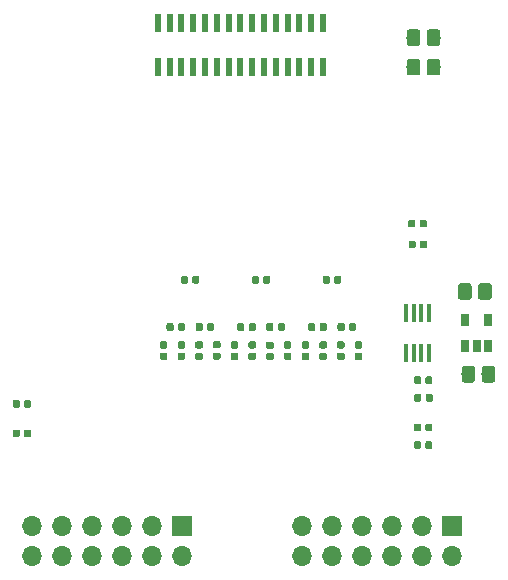
<source format=gts>
G04 #@! TF.GenerationSoftware,KiCad,Pcbnew,5.0.0*
G04 #@! TF.CreationDate,2018-07-16T13:27:37+02:00*
G04 #@! TF.ProjectId,csipmod,637369706D6F642E6B696361645F7063,rev?*
G04 #@! TF.SameCoordinates,Original*
G04 #@! TF.FileFunction,Soldermask,Top*
G04 #@! TF.FilePolarity,Negative*
%FSLAX46Y46*%
G04 Gerber Fmt 4.6, Leading zero omitted, Abs format (unit mm)*
G04 Created by KiCad (PCBNEW 5.0.0) date Mon Jul 16 13:27:37 2018*
%MOMM*%
%LPD*%
G01*
G04 APERTURE LIST*
%ADD10C,0.100000*%
%ADD11C,1.150000*%
%ADD12C,0.600000*%
%ADD13R,0.600000X1.650000*%
%ADD14R,1.700000X1.700000*%
%ADD15O,1.700000X1.700000*%
%ADD16R,0.300000X1.600000*%
%ADD17R,0.650000X1.060000*%
G04 APERTURE END LIST*
D10*
G04 #@! TO.C,R29*
G36*
X151999505Y-46801204D02*
X152023773Y-46804804D01*
X152047572Y-46810765D01*
X152070671Y-46819030D01*
X152092850Y-46829520D01*
X152113893Y-46842132D01*
X152133599Y-46856747D01*
X152151777Y-46873223D01*
X152168253Y-46891401D01*
X152182868Y-46911107D01*
X152195480Y-46932150D01*
X152205970Y-46954329D01*
X152214235Y-46977428D01*
X152220196Y-47001227D01*
X152223796Y-47025495D01*
X152225000Y-47049999D01*
X152225000Y-47950001D01*
X152223796Y-47974505D01*
X152220196Y-47998773D01*
X152214235Y-48022572D01*
X152205970Y-48045671D01*
X152195480Y-48067850D01*
X152182868Y-48088893D01*
X152168253Y-48108599D01*
X152151777Y-48126777D01*
X152133599Y-48143253D01*
X152113893Y-48157868D01*
X152092850Y-48170480D01*
X152070671Y-48180970D01*
X152047572Y-48189235D01*
X152023773Y-48195196D01*
X151999505Y-48198796D01*
X151975001Y-48200000D01*
X151324999Y-48200000D01*
X151300495Y-48198796D01*
X151276227Y-48195196D01*
X151252428Y-48189235D01*
X151229329Y-48180970D01*
X151207150Y-48170480D01*
X151186107Y-48157868D01*
X151166401Y-48143253D01*
X151148223Y-48126777D01*
X151131747Y-48108599D01*
X151117132Y-48088893D01*
X151104520Y-48067850D01*
X151094030Y-48045671D01*
X151085765Y-48022572D01*
X151079804Y-47998773D01*
X151076204Y-47974505D01*
X151075000Y-47950001D01*
X151075000Y-47049999D01*
X151076204Y-47025495D01*
X151079804Y-47001227D01*
X151085765Y-46977428D01*
X151094030Y-46954329D01*
X151104520Y-46932150D01*
X151117132Y-46911107D01*
X151131747Y-46891401D01*
X151148223Y-46873223D01*
X151166401Y-46856747D01*
X151186107Y-46842132D01*
X151207150Y-46829520D01*
X151229329Y-46819030D01*
X151252428Y-46810765D01*
X151276227Y-46804804D01*
X151300495Y-46801204D01*
X151324999Y-46800000D01*
X151975001Y-46800000D01*
X151999505Y-46801204D01*
X151999505Y-46801204D01*
G37*
D11*
X151650000Y-47500000D03*
D10*
G36*
X153699505Y-46801204D02*
X153723773Y-46804804D01*
X153747572Y-46810765D01*
X153770671Y-46819030D01*
X153792850Y-46829520D01*
X153813893Y-46842132D01*
X153833599Y-46856747D01*
X153851777Y-46873223D01*
X153868253Y-46891401D01*
X153882868Y-46911107D01*
X153895480Y-46932150D01*
X153905970Y-46954329D01*
X153914235Y-46977428D01*
X153920196Y-47001227D01*
X153923796Y-47025495D01*
X153925000Y-47049999D01*
X153925000Y-47950001D01*
X153923796Y-47974505D01*
X153920196Y-47998773D01*
X153914235Y-48022572D01*
X153905970Y-48045671D01*
X153895480Y-48067850D01*
X153882868Y-48088893D01*
X153868253Y-48108599D01*
X153851777Y-48126777D01*
X153833599Y-48143253D01*
X153813893Y-48157868D01*
X153792850Y-48170480D01*
X153770671Y-48180970D01*
X153747572Y-48189235D01*
X153723773Y-48195196D01*
X153699505Y-48198796D01*
X153675001Y-48200000D01*
X153024999Y-48200000D01*
X153000495Y-48198796D01*
X152976227Y-48195196D01*
X152952428Y-48189235D01*
X152929329Y-48180970D01*
X152907150Y-48170480D01*
X152886107Y-48157868D01*
X152866401Y-48143253D01*
X152848223Y-48126777D01*
X152831747Y-48108599D01*
X152817132Y-48088893D01*
X152804520Y-48067850D01*
X152794030Y-48045671D01*
X152785765Y-48022572D01*
X152779804Y-47998773D01*
X152776204Y-47974505D01*
X152775000Y-47950001D01*
X152775000Y-47049999D01*
X152776204Y-47025495D01*
X152779804Y-47001227D01*
X152785765Y-46977428D01*
X152794030Y-46954329D01*
X152804520Y-46932150D01*
X152817132Y-46911107D01*
X152831747Y-46891401D01*
X152848223Y-46873223D01*
X152866401Y-46856747D01*
X152886107Y-46842132D01*
X152907150Y-46829520D01*
X152929329Y-46819030D01*
X152952428Y-46810765D01*
X152976227Y-46804804D01*
X153000495Y-46801204D01*
X153024999Y-46800000D01*
X153675001Y-46800000D01*
X153699505Y-46801204D01*
X153699505Y-46801204D01*
G37*
D11*
X153350000Y-47500000D03*
G04 #@! TD*
D10*
G04 #@! TO.C,C2*
G36*
X153124703Y-73680722D02*
X153139264Y-73682882D01*
X153153543Y-73686459D01*
X153167403Y-73691418D01*
X153180710Y-73697712D01*
X153193336Y-73705280D01*
X153205159Y-73714048D01*
X153216066Y-73723934D01*
X153225952Y-73734841D01*
X153234720Y-73746664D01*
X153242288Y-73759290D01*
X153248582Y-73772597D01*
X153253541Y-73786457D01*
X153257118Y-73800736D01*
X153259278Y-73815297D01*
X153260000Y-73830000D01*
X153260000Y-74170000D01*
X153259278Y-74184703D01*
X153257118Y-74199264D01*
X153253541Y-74213543D01*
X153248582Y-74227403D01*
X153242288Y-74240710D01*
X153234720Y-74253336D01*
X153225952Y-74265159D01*
X153216066Y-74276066D01*
X153205159Y-74285952D01*
X153193336Y-74294720D01*
X153180710Y-74302288D01*
X153167403Y-74308582D01*
X153153543Y-74313541D01*
X153139264Y-74317118D01*
X153124703Y-74319278D01*
X153110000Y-74320000D01*
X152810000Y-74320000D01*
X152795297Y-74319278D01*
X152780736Y-74317118D01*
X152766457Y-74313541D01*
X152752597Y-74308582D01*
X152739290Y-74302288D01*
X152726664Y-74294720D01*
X152714841Y-74285952D01*
X152703934Y-74276066D01*
X152694048Y-74265159D01*
X152685280Y-74253336D01*
X152677712Y-74240710D01*
X152671418Y-74227403D01*
X152666459Y-74213543D01*
X152662882Y-74199264D01*
X152660722Y-74184703D01*
X152660000Y-74170000D01*
X152660000Y-73830000D01*
X152660722Y-73815297D01*
X152662882Y-73800736D01*
X152666459Y-73786457D01*
X152671418Y-73772597D01*
X152677712Y-73759290D01*
X152685280Y-73746664D01*
X152694048Y-73734841D01*
X152703934Y-73723934D01*
X152714841Y-73714048D01*
X152726664Y-73705280D01*
X152739290Y-73697712D01*
X152752597Y-73691418D01*
X152766457Y-73686459D01*
X152780736Y-73682882D01*
X152795297Y-73680722D01*
X152810000Y-73680000D01*
X153110000Y-73680000D01*
X153124703Y-73680722D01*
X153124703Y-73680722D01*
G37*
D12*
X152960000Y-74000000D03*
D10*
G36*
X152164703Y-73680722D02*
X152179264Y-73682882D01*
X152193543Y-73686459D01*
X152207403Y-73691418D01*
X152220710Y-73697712D01*
X152233336Y-73705280D01*
X152245159Y-73714048D01*
X152256066Y-73723934D01*
X152265952Y-73734841D01*
X152274720Y-73746664D01*
X152282288Y-73759290D01*
X152288582Y-73772597D01*
X152293541Y-73786457D01*
X152297118Y-73800736D01*
X152299278Y-73815297D01*
X152300000Y-73830000D01*
X152300000Y-74170000D01*
X152299278Y-74184703D01*
X152297118Y-74199264D01*
X152293541Y-74213543D01*
X152288582Y-74227403D01*
X152282288Y-74240710D01*
X152274720Y-74253336D01*
X152265952Y-74265159D01*
X152256066Y-74276066D01*
X152245159Y-74285952D01*
X152233336Y-74294720D01*
X152220710Y-74302288D01*
X152207403Y-74308582D01*
X152193543Y-74313541D01*
X152179264Y-74317118D01*
X152164703Y-74319278D01*
X152150000Y-74320000D01*
X151850000Y-74320000D01*
X151835297Y-74319278D01*
X151820736Y-74317118D01*
X151806457Y-74313541D01*
X151792597Y-74308582D01*
X151779290Y-74302288D01*
X151766664Y-74294720D01*
X151754841Y-74285952D01*
X151743934Y-74276066D01*
X151734048Y-74265159D01*
X151725280Y-74253336D01*
X151717712Y-74240710D01*
X151711418Y-74227403D01*
X151706459Y-74213543D01*
X151702882Y-74199264D01*
X151700722Y-74184703D01*
X151700000Y-74170000D01*
X151700000Y-73830000D01*
X151700722Y-73815297D01*
X151702882Y-73800736D01*
X151706459Y-73786457D01*
X151711418Y-73772597D01*
X151717712Y-73759290D01*
X151725280Y-73746664D01*
X151734048Y-73734841D01*
X151743934Y-73723934D01*
X151754841Y-73714048D01*
X151766664Y-73705280D01*
X151779290Y-73697712D01*
X151792597Y-73691418D01*
X151806457Y-73686459D01*
X151820736Y-73682882D01*
X151835297Y-73680722D01*
X151850000Y-73680000D01*
X152150000Y-73680000D01*
X152164703Y-73680722D01*
X152164703Y-73680722D01*
G37*
D12*
X152000000Y-74000000D03*
G04 #@! TD*
D10*
G04 #@! TO.C,C1*
G36*
X156649505Y-72801204D02*
X156673773Y-72804804D01*
X156697572Y-72810765D01*
X156720671Y-72819030D01*
X156742850Y-72829520D01*
X156763893Y-72842132D01*
X156783599Y-72856747D01*
X156801777Y-72873223D01*
X156818253Y-72891401D01*
X156832868Y-72911107D01*
X156845480Y-72932150D01*
X156855970Y-72954329D01*
X156864235Y-72977428D01*
X156870196Y-73001227D01*
X156873796Y-73025495D01*
X156875000Y-73049999D01*
X156875000Y-73950001D01*
X156873796Y-73974505D01*
X156870196Y-73998773D01*
X156864235Y-74022572D01*
X156855970Y-74045671D01*
X156845480Y-74067850D01*
X156832868Y-74088893D01*
X156818253Y-74108599D01*
X156801777Y-74126777D01*
X156783599Y-74143253D01*
X156763893Y-74157868D01*
X156742850Y-74170480D01*
X156720671Y-74180970D01*
X156697572Y-74189235D01*
X156673773Y-74195196D01*
X156649505Y-74198796D01*
X156625001Y-74200000D01*
X155974999Y-74200000D01*
X155950495Y-74198796D01*
X155926227Y-74195196D01*
X155902428Y-74189235D01*
X155879329Y-74180970D01*
X155857150Y-74170480D01*
X155836107Y-74157868D01*
X155816401Y-74143253D01*
X155798223Y-74126777D01*
X155781747Y-74108599D01*
X155767132Y-74088893D01*
X155754520Y-74067850D01*
X155744030Y-74045671D01*
X155735765Y-74022572D01*
X155729804Y-73998773D01*
X155726204Y-73974505D01*
X155725000Y-73950001D01*
X155725000Y-73049999D01*
X155726204Y-73025495D01*
X155729804Y-73001227D01*
X155735765Y-72977428D01*
X155744030Y-72954329D01*
X155754520Y-72932150D01*
X155767132Y-72911107D01*
X155781747Y-72891401D01*
X155798223Y-72873223D01*
X155816401Y-72856747D01*
X155836107Y-72842132D01*
X155857150Y-72829520D01*
X155879329Y-72819030D01*
X155902428Y-72810765D01*
X155926227Y-72804804D01*
X155950495Y-72801204D01*
X155974999Y-72800000D01*
X156625001Y-72800000D01*
X156649505Y-72801204D01*
X156649505Y-72801204D01*
G37*
D11*
X156300000Y-73500000D03*
D10*
G36*
X158349505Y-72801204D02*
X158373773Y-72804804D01*
X158397572Y-72810765D01*
X158420671Y-72819030D01*
X158442850Y-72829520D01*
X158463893Y-72842132D01*
X158483599Y-72856747D01*
X158501777Y-72873223D01*
X158518253Y-72891401D01*
X158532868Y-72911107D01*
X158545480Y-72932150D01*
X158555970Y-72954329D01*
X158564235Y-72977428D01*
X158570196Y-73001227D01*
X158573796Y-73025495D01*
X158575000Y-73049999D01*
X158575000Y-73950001D01*
X158573796Y-73974505D01*
X158570196Y-73998773D01*
X158564235Y-74022572D01*
X158555970Y-74045671D01*
X158545480Y-74067850D01*
X158532868Y-74088893D01*
X158518253Y-74108599D01*
X158501777Y-74126777D01*
X158483599Y-74143253D01*
X158463893Y-74157868D01*
X158442850Y-74170480D01*
X158420671Y-74180970D01*
X158397572Y-74189235D01*
X158373773Y-74195196D01*
X158349505Y-74198796D01*
X158325001Y-74200000D01*
X157674999Y-74200000D01*
X157650495Y-74198796D01*
X157626227Y-74195196D01*
X157602428Y-74189235D01*
X157579329Y-74180970D01*
X157557150Y-74170480D01*
X157536107Y-74157868D01*
X157516401Y-74143253D01*
X157498223Y-74126777D01*
X157481747Y-74108599D01*
X157467132Y-74088893D01*
X157454520Y-74067850D01*
X157444030Y-74045671D01*
X157435765Y-74022572D01*
X157429804Y-73998773D01*
X157426204Y-73974505D01*
X157425000Y-73950001D01*
X157425000Y-73049999D01*
X157426204Y-73025495D01*
X157429804Y-73001227D01*
X157435765Y-72977428D01*
X157444030Y-72954329D01*
X157454520Y-72932150D01*
X157467132Y-72911107D01*
X157481747Y-72891401D01*
X157498223Y-72873223D01*
X157516401Y-72856747D01*
X157536107Y-72842132D01*
X157557150Y-72829520D01*
X157579329Y-72819030D01*
X157602428Y-72810765D01*
X157626227Y-72804804D01*
X157650495Y-72801204D01*
X157674999Y-72800000D01*
X158325001Y-72800000D01*
X158349505Y-72801204D01*
X158349505Y-72801204D01*
G37*
D11*
X158000000Y-73500000D03*
G04 #@! TD*
D10*
G04 #@! TO.C,C3*
G36*
X158049505Y-65801204D02*
X158073773Y-65804804D01*
X158097572Y-65810765D01*
X158120671Y-65819030D01*
X158142850Y-65829520D01*
X158163893Y-65842132D01*
X158183599Y-65856747D01*
X158201777Y-65873223D01*
X158218253Y-65891401D01*
X158232868Y-65911107D01*
X158245480Y-65932150D01*
X158255970Y-65954329D01*
X158264235Y-65977428D01*
X158270196Y-66001227D01*
X158273796Y-66025495D01*
X158275000Y-66049999D01*
X158275000Y-66950001D01*
X158273796Y-66974505D01*
X158270196Y-66998773D01*
X158264235Y-67022572D01*
X158255970Y-67045671D01*
X158245480Y-67067850D01*
X158232868Y-67088893D01*
X158218253Y-67108599D01*
X158201777Y-67126777D01*
X158183599Y-67143253D01*
X158163893Y-67157868D01*
X158142850Y-67170480D01*
X158120671Y-67180970D01*
X158097572Y-67189235D01*
X158073773Y-67195196D01*
X158049505Y-67198796D01*
X158025001Y-67200000D01*
X157374999Y-67200000D01*
X157350495Y-67198796D01*
X157326227Y-67195196D01*
X157302428Y-67189235D01*
X157279329Y-67180970D01*
X157257150Y-67170480D01*
X157236107Y-67157868D01*
X157216401Y-67143253D01*
X157198223Y-67126777D01*
X157181747Y-67108599D01*
X157167132Y-67088893D01*
X157154520Y-67067850D01*
X157144030Y-67045671D01*
X157135765Y-67022572D01*
X157129804Y-66998773D01*
X157126204Y-66974505D01*
X157125000Y-66950001D01*
X157125000Y-66049999D01*
X157126204Y-66025495D01*
X157129804Y-66001227D01*
X157135765Y-65977428D01*
X157144030Y-65954329D01*
X157154520Y-65932150D01*
X157167132Y-65911107D01*
X157181747Y-65891401D01*
X157198223Y-65873223D01*
X157216401Y-65856747D01*
X157236107Y-65842132D01*
X157257150Y-65829520D01*
X157279329Y-65819030D01*
X157302428Y-65810765D01*
X157326227Y-65804804D01*
X157350495Y-65801204D01*
X157374999Y-65800000D01*
X158025001Y-65800000D01*
X158049505Y-65801204D01*
X158049505Y-65801204D01*
G37*
D11*
X157700000Y-66500000D03*
D10*
G36*
X156349505Y-65801204D02*
X156373773Y-65804804D01*
X156397572Y-65810765D01*
X156420671Y-65819030D01*
X156442850Y-65829520D01*
X156463893Y-65842132D01*
X156483599Y-65856747D01*
X156501777Y-65873223D01*
X156518253Y-65891401D01*
X156532868Y-65911107D01*
X156545480Y-65932150D01*
X156555970Y-65954329D01*
X156564235Y-65977428D01*
X156570196Y-66001227D01*
X156573796Y-66025495D01*
X156575000Y-66049999D01*
X156575000Y-66950001D01*
X156573796Y-66974505D01*
X156570196Y-66998773D01*
X156564235Y-67022572D01*
X156555970Y-67045671D01*
X156545480Y-67067850D01*
X156532868Y-67088893D01*
X156518253Y-67108599D01*
X156501777Y-67126777D01*
X156483599Y-67143253D01*
X156463893Y-67157868D01*
X156442850Y-67170480D01*
X156420671Y-67180970D01*
X156397572Y-67189235D01*
X156373773Y-67195196D01*
X156349505Y-67198796D01*
X156325001Y-67200000D01*
X155674999Y-67200000D01*
X155650495Y-67198796D01*
X155626227Y-67195196D01*
X155602428Y-67189235D01*
X155579329Y-67180970D01*
X155557150Y-67170480D01*
X155536107Y-67157868D01*
X155516401Y-67143253D01*
X155498223Y-67126777D01*
X155481747Y-67108599D01*
X155467132Y-67088893D01*
X155454520Y-67067850D01*
X155444030Y-67045671D01*
X155435765Y-67022572D01*
X155429804Y-66998773D01*
X155426204Y-66974505D01*
X155425000Y-66950001D01*
X155425000Y-66049999D01*
X155426204Y-66025495D01*
X155429804Y-66001227D01*
X155435765Y-65977428D01*
X155444030Y-65954329D01*
X155454520Y-65932150D01*
X155467132Y-65911107D01*
X155481747Y-65891401D01*
X155498223Y-65873223D01*
X155516401Y-65856747D01*
X155536107Y-65842132D01*
X155557150Y-65829520D01*
X155579329Y-65819030D01*
X155602428Y-65810765D01*
X155626227Y-65804804D01*
X155650495Y-65801204D01*
X155674999Y-65800000D01*
X156325001Y-65800000D01*
X156349505Y-65801204D01*
X156349505Y-65801204D01*
G37*
D11*
X156000000Y-66500000D03*
G04 #@! TD*
D10*
G04 #@! TO.C,C4*
G36*
X151999505Y-44301204D02*
X152023773Y-44304804D01*
X152047572Y-44310765D01*
X152070671Y-44319030D01*
X152092850Y-44329520D01*
X152113893Y-44342132D01*
X152133599Y-44356747D01*
X152151777Y-44373223D01*
X152168253Y-44391401D01*
X152182868Y-44411107D01*
X152195480Y-44432150D01*
X152205970Y-44454329D01*
X152214235Y-44477428D01*
X152220196Y-44501227D01*
X152223796Y-44525495D01*
X152225000Y-44549999D01*
X152225000Y-45450001D01*
X152223796Y-45474505D01*
X152220196Y-45498773D01*
X152214235Y-45522572D01*
X152205970Y-45545671D01*
X152195480Y-45567850D01*
X152182868Y-45588893D01*
X152168253Y-45608599D01*
X152151777Y-45626777D01*
X152133599Y-45643253D01*
X152113893Y-45657868D01*
X152092850Y-45670480D01*
X152070671Y-45680970D01*
X152047572Y-45689235D01*
X152023773Y-45695196D01*
X151999505Y-45698796D01*
X151975001Y-45700000D01*
X151324999Y-45700000D01*
X151300495Y-45698796D01*
X151276227Y-45695196D01*
X151252428Y-45689235D01*
X151229329Y-45680970D01*
X151207150Y-45670480D01*
X151186107Y-45657868D01*
X151166401Y-45643253D01*
X151148223Y-45626777D01*
X151131747Y-45608599D01*
X151117132Y-45588893D01*
X151104520Y-45567850D01*
X151094030Y-45545671D01*
X151085765Y-45522572D01*
X151079804Y-45498773D01*
X151076204Y-45474505D01*
X151075000Y-45450001D01*
X151075000Y-44549999D01*
X151076204Y-44525495D01*
X151079804Y-44501227D01*
X151085765Y-44477428D01*
X151094030Y-44454329D01*
X151104520Y-44432150D01*
X151117132Y-44411107D01*
X151131747Y-44391401D01*
X151148223Y-44373223D01*
X151166401Y-44356747D01*
X151186107Y-44342132D01*
X151207150Y-44329520D01*
X151229329Y-44319030D01*
X151252428Y-44310765D01*
X151276227Y-44304804D01*
X151300495Y-44301204D01*
X151324999Y-44300000D01*
X151975001Y-44300000D01*
X151999505Y-44301204D01*
X151999505Y-44301204D01*
G37*
D11*
X151650000Y-45000000D03*
D10*
G36*
X153699505Y-44301204D02*
X153723773Y-44304804D01*
X153747572Y-44310765D01*
X153770671Y-44319030D01*
X153792850Y-44329520D01*
X153813893Y-44342132D01*
X153833599Y-44356747D01*
X153851777Y-44373223D01*
X153868253Y-44391401D01*
X153882868Y-44411107D01*
X153895480Y-44432150D01*
X153905970Y-44454329D01*
X153914235Y-44477428D01*
X153920196Y-44501227D01*
X153923796Y-44525495D01*
X153925000Y-44549999D01*
X153925000Y-45450001D01*
X153923796Y-45474505D01*
X153920196Y-45498773D01*
X153914235Y-45522572D01*
X153905970Y-45545671D01*
X153895480Y-45567850D01*
X153882868Y-45588893D01*
X153868253Y-45608599D01*
X153851777Y-45626777D01*
X153833599Y-45643253D01*
X153813893Y-45657868D01*
X153792850Y-45670480D01*
X153770671Y-45680970D01*
X153747572Y-45689235D01*
X153723773Y-45695196D01*
X153699505Y-45698796D01*
X153675001Y-45700000D01*
X153024999Y-45700000D01*
X153000495Y-45698796D01*
X152976227Y-45695196D01*
X152952428Y-45689235D01*
X152929329Y-45680970D01*
X152907150Y-45670480D01*
X152886107Y-45657868D01*
X152866401Y-45643253D01*
X152848223Y-45626777D01*
X152831747Y-45608599D01*
X152817132Y-45588893D01*
X152804520Y-45567850D01*
X152794030Y-45545671D01*
X152785765Y-45522572D01*
X152779804Y-45498773D01*
X152776204Y-45474505D01*
X152775000Y-45450001D01*
X152775000Y-44549999D01*
X152776204Y-44525495D01*
X152779804Y-44501227D01*
X152785765Y-44477428D01*
X152794030Y-44454329D01*
X152804520Y-44432150D01*
X152817132Y-44411107D01*
X152831747Y-44391401D01*
X152848223Y-44373223D01*
X152866401Y-44356747D01*
X152886107Y-44342132D01*
X152907150Y-44329520D01*
X152929329Y-44319030D01*
X152952428Y-44310765D01*
X152976227Y-44304804D01*
X153000495Y-44301204D01*
X153024999Y-44300000D01*
X153675001Y-44300000D01*
X153699505Y-44301204D01*
X153699505Y-44301204D01*
G37*
D11*
X153350000Y-45000000D03*
G04 #@! TD*
D13*
G04 #@! TO.C,P1*
X130000000Y-43800000D03*
X131000000Y-43800000D03*
X132000000Y-43800000D03*
X133000000Y-43800000D03*
X134000000Y-43800000D03*
X135000000Y-43800000D03*
X136000000Y-43800000D03*
X137000000Y-43800000D03*
X138000000Y-43800000D03*
X139000000Y-43800000D03*
X140000000Y-43800000D03*
X141000000Y-43800000D03*
X142000000Y-43800000D03*
X143000000Y-43800000D03*
X144000000Y-43800000D03*
X144000000Y-47500000D03*
X143000000Y-47500000D03*
X142000000Y-47500000D03*
X141000000Y-47500000D03*
X140000000Y-47500000D03*
X139000000Y-47500000D03*
X138000000Y-47500000D03*
X137000000Y-47500000D03*
X136000000Y-47500000D03*
X135000000Y-47500000D03*
X134000000Y-47500000D03*
X133000000Y-47500000D03*
X132000000Y-47500000D03*
X131000000Y-47500000D03*
X130000000Y-47500000D03*
G04 #@! TD*
D14*
G04 #@! TO.C,J1*
X132080000Y-86360000D03*
D15*
X132080000Y-88900000D03*
X129540000Y-86360000D03*
X129540000Y-88900000D03*
X127000000Y-86360000D03*
X127000000Y-88900000D03*
X124460000Y-86360000D03*
X124460000Y-88900000D03*
X121920000Y-86360000D03*
X121920000Y-88900000D03*
X119380000Y-86360000D03*
X119380000Y-88900000D03*
G04 #@! TD*
G04 #@! TO.C,J2*
X142240000Y-88900000D03*
X142240000Y-86360000D03*
X144780000Y-88900000D03*
X144780000Y-86360000D03*
X147320000Y-88900000D03*
X147320000Y-86360000D03*
X149860000Y-88900000D03*
X149860000Y-86360000D03*
X152400000Y-88900000D03*
X152400000Y-86360000D03*
X154940000Y-88900000D03*
D14*
X154940000Y-86360000D03*
G04 #@! TD*
D16*
G04 #@! TO.C,U2*
X152975000Y-68300000D03*
X152325000Y-68300000D03*
X151675000Y-68300000D03*
X151025000Y-68300000D03*
X151025000Y-71700000D03*
X151675000Y-71700000D03*
X152325000Y-71700000D03*
X152975000Y-71700000D03*
G04 #@! TD*
D17*
G04 #@! TO.C,U1*
X156050000Y-71100000D03*
X157000000Y-71100000D03*
X157950000Y-71100000D03*
X157950000Y-68900000D03*
X156050000Y-68900000D03*
G04 #@! TD*
D10*
G04 #@! TO.C,R11*
G36*
X138184703Y-70720722D02*
X138199264Y-70722882D01*
X138213543Y-70726459D01*
X138227403Y-70731418D01*
X138240710Y-70737712D01*
X138253336Y-70745280D01*
X138265159Y-70754048D01*
X138276066Y-70763934D01*
X138285952Y-70774841D01*
X138294720Y-70786664D01*
X138302288Y-70799290D01*
X138308582Y-70812597D01*
X138313541Y-70826457D01*
X138317118Y-70840736D01*
X138319278Y-70855297D01*
X138320000Y-70870000D01*
X138320000Y-71170000D01*
X138319278Y-71184703D01*
X138317118Y-71199264D01*
X138313541Y-71213543D01*
X138308582Y-71227403D01*
X138302288Y-71240710D01*
X138294720Y-71253336D01*
X138285952Y-71265159D01*
X138276066Y-71276066D01*
X138265159Y-71285952D01*
X138253336Y-71294720D01*
X138240710Y-71302288D01*
X138227403Y-71308582D01*
X138213543Y-71313541D01*
X138199264Y-71317118D01*
X138184703Y-71319278D01*
X138170000Y-71320000D01*
X137830000Y-71320000D01*
X137815297Y-71319278D01*
X137800736Y-71317118D01*
X137786457Y-71313541D01*
X137772597Y-71308582D01*
X137759290Y-71302288D01*
X137746664Y-71294720D01*
X137734841Y-71285952D01*
X137723934Y-71276066D01*
X137714048Y-71265159D01*
X137705280Y-71253336D01*
X137697712Y-71240710D01*
X137691418Y-71227403D01*
X137686459Y-71213543D01*
X137682882Y-71199264D01*
X137680722Y-71184703D01*
X137680000Y-71170000D01*
X137680000Y-70870000D01*
X137680722Y-70855297D01*
X137682882Y-70840736D01*
X137686459Y-70826457D01*
X137691418Y-70812597D01*
X137697712Y-70799290D01*
X137705280Y-70786664D01*
X137714048Y-70774841D01*
X137723934Y-70763934D01*
X137734841Y-70754048D01*
X137746664Y-70745280D01*
X137759290Y-70737712D01*
X137772597Y-70731418D01*
X137786457Y-70726459D01*
X137800736Y-70722882D01*
X137815297Y-70720722D01*
X137830000Y-70720000D01*
X138170000Y-70720000D01*
X138184703Y-70720722D01*
X138184703Y-70720722D01*
G37*
D12*
X138000000Y-71020000D03*
D10*
G36*
X138184703Y-71680722D02*
X138199264Y-71682882D01*
X138213543Y-71686459D01*
X138227403Y-71691418D01*
X138240710Y-71697712D01*
X138253336Y-71705280D01*
X138265159Y-71714048D01*
X138276066Y-71723934D01*
X138285952Y-71734841D01*
X138294720Y-71746664D01*
X138302288Y-71759290D01*
X138308582Y-71772597D01*
X138313541Y-71786457D01*
X138317118Y-71800736D01*
X138319278Y-71815297D01*
X138320000Y-71830000D01*
X138320000Y-72130000D01*
X138319278Y-72144703D01*
X138317118Y-72159264D01*
X138313541Y-72173543D01*
X138308582Y-72187403D01*
X138302288Y-72200710D01*
X138294720Y-72213336D01*
X138285952Y-72225159D01*
X138276066Y-72236066D01*
X138265159Y-72245952D01*
X138253336Y-72254720D01*
X138240710Y-72262288D01*
X138227403Y-72268582D01*
X138213543Y-72273541D01*
X138199264Y-72277118D01*
X138184703Y-72279278D01*
X138170000Y-72280000D01*
X137830000Y-72280000D01*
X137815297Y-72279278D01*
X137800736Y-72277118D01*
X137786457Y-72273541D01*
X137772597Y-72268582D01*
X137759290Y-72262288D01*
X137746664Y-72254720D01*
X137734841Y-72245952D01*
X137723934Y-72236066D01*
X137714048Y-72225159D01*
X137705280Y-72213336D01*
X137697712Y-72200710D01*
X137691418Y-72187403D01*
X137686459Y-72173543D01*
X137682882Y-72159264D01*
X137680722Y-72144703D01*
X137680000Y-72130000D01*
X137680000Y-71830000D01*
X137680722Y-71815297D01*
X137682882Y-71800736D01*
X137686459Y-71786457D01*
X137691418Y-71772597D01*
X137697712Y-71759290D01*
X137705280Y-71746664D01*
X137714048Y-71734841D01*
X137723934Y-71723934D01*
X137734841Y-71714048D01*
X137746664Y-71705280D01*
X137759290Y-71697712D01*
X137772597Y-71691418D01*
X137786457Y-71686459D01*
X137800736Y-71682882D01*
X137815297Y-71680722D01*
X137830000Y-71680000D01*
X138170000Y-71680000D01*
X138184703Y-71680722D01*
X138184703Y-71680722D01*
G37*
D12*
X138000000Y-71980000D03*
G04 #@! TD*
D10*
G04 #@! TO.C,R13*
G36*
X141184703Y-70720722D02*
X141199264Y-70722882D01*
X141213543Y-70726459D01*
X141227403Y-70731418D01*
X141240710Y-70737712D01*
X141253336Y-70745280D01*
X141265159Y-70754048D01*
X141276066Y-70763934D01*
X141285952Y-70774841D01*
X141294720Y-70786664D01*
X141302288Y-70799290D01*
X141308582Y-70812597D01*
X141313541Y-70826457D01*
X141317118Y-70840736D01*
X141319278Y-70855297D01*
X141320000Y-70870000D01*
X141320000Y-71170000D01*
X141319278Y-71184703D01*
X141317118Y-71199264D01*
X141313541Y-71213543D01*
X141308582Y-71227403D01*
X141302288Y-71240710D01*
X141294720Y-71253336D01*
X141285952Y-71265159D01*
X141276066Y-71276066D01*
X141265159Y-71285952D01*
X141253336Y-71294720D01*
X141240710Y-71302288D01*
X141227403Y-71308582D01*
X141213543Y-71313541D01*
X141199264Y-71317118D01*
X141184703Y-71319278D01*
X141170000Y-71320000D01*
X140830000Y-71320000D01*
X140815297Y-71319278D01*
X140800736Y-71317118D01*
X140786457Y-71313541D01*
X140772597Y-71308582D01*
X140759290Y-71302288D01*
X140746664Y-71294720D01*
X140734841Y-71285952D01*
X140723934Y-71276066D01*
X140714048Y-71265159D01*
X140705280Y-71253336D01*
X140697712Y-71240710D01*
X140691418Y-71227403D01*
X140686459Y-71213543D01*
X140682882Y-71199264D01*
X140680722Y-71184703D01*
X140680000Y-71170000D01*
X140680000Y-70870000D01*
X140680722Y-70855297D01*
X140682882Y-70840736D01*
X140686459Y-70826457D01*
X140691418Y-70812597D01*
X140697712Y-70799290D01*
X140705280Y-70786664D01*
X140714048Y-70774841D01*
X140723934Y-70763934D01*
X140734841Y-70754048D01*
X140746664Y-70745280D01*
X140759290Y-70737712D01*
X140772597Y-70731418D01*
X140786457Y-70726459D01*
X140800736Y-70722882D01*
X140815297Y-70720722D01*
X140830000Y-70720000D01*
X141170000Y-70720000D01*
X141184703Y-70720722D01*
X141184703Y-70720722D01*
G37*
D12*
X141000000Y-71020000D03*
D10*
G36*
X141184703Y-71680722D02*
X141199264Y-71682882D01*
X141213543Y-71686459D01*
X141227403Y-71691418D01*
X141240710Y-71697712D01*
X141253336Y-71705280D01*
X141265159Y-71714048D01*
X141276066Y-71723934D01*
X141285952Y-71734841D01*
X141294720Y-71746664D01*
X141302288Y-71759290D01*
X141308582Y-71772597D01*
X141313541Y-71786457D01*
X141317118Y-71800736D01*
X141319278Y-71815297D01*
X141320000Y-71830000D01*
X141320000Y-72130000D01*
X141319278Y-72144703D01*
X141317118Y-72159264D01*
X141313541Y-72173543D01*
X141308582Y-72187403D01*
X141302288Y-72200710D01*
X141294720Y-72213336D01*
X141285952Y-72225159D01*
X141276066Y-72236066D01*
X141265159Y-72245952D01*
X141253336Y-72254720D01*
X141240710Y-72262288D01*
X141227403Y-72268582D01*
X141213543Y-72273541D01*
X141199264Y-72277118D01*
X141184703Y-72279278D01*
X141170000Y-72280000D01*
X140830000Y-72280000D01*
X140815297Y-72279278D01*
X140800736Y-72277118D01*
X140786457Y-72273541D01*
X140772597Y-72268582D01*
X140759290Y-72262288D01*
X140746664Y-72254720D01*
X140734841Y-72245952D01*
X140723934Y-72236066D01*
X140714048Y-72225159D01*
X140705280Y-72213336D01*
X140697712Y-72200710D01*
X140691418Y-72187403D01*
X140686459Y-72173543D01*
X140682882Y-72159264D01*
X140680722Y-72144703D01*
X140680000Y-72130000D01*
X140680000Y-71830000D01*
X140680722Y-71815297D01*
X140682882Y-71800736D01*
X140686459Y-71786457D01*
X140691418Y-71772597D01*
X140697712Y-71759290D01*
X140705280Y-71746664D01*
X140714048Y-71734841D01*
X140723934Y-71723934D01*
X140734841Y-71714048D01*
X140746664Y-71705280D01*
X140759290Y-71697712D01*
X140772597Y-71691418D01*
X140786457Y-71686459D01*
X140800736Y-71682882D01*
X140815297Y-71680722D01*
X140830000Y-71680000D01*
X141170000Y-71680000D01*
X141184703Y-71680722D01*
X141184703Y-71680722D01*
G37*
D12*
X141000000Y-71980000D03*
G04 #@! TD*
D10*
G04 #@! TO.C,R14*
G36*
X142684703Y-70720722D02*
X142699264Y-70722882D01*
X142713543Y-70726459D01*
X142727403Y-70731418D01*
X142740710Y-70737712D01*
X142753336Y-70745280D01*
X142765159Y-70754048D01*
X142776066Y-70763934D01*
X142785952Y-70774841D01*
X142794720Y-70786664D01*
X142802288Y-70799290D01*
X142808582Y-70812597D01*
X142813541Y-70826457D01*
X142817118Y-70840736D01*
X142819278Y-70855297D01*
X142820000Y-70870000D01*
X142820000Y-71170000D01*
X142819278Y-71184703D01*
X142817118Y-71199264D01*
X142813541Y-71213543D01*
X142808582Y-71227403D01*
X142802288Y-71240710D01*
X142794720Y-71253336D01*
X142785952Y-71265159D01*
X142776066Y-71276066D01*
X142765159Y-71285952D01*
X142753336Y-71294720D01*
X142740710Y-71302288D01*
X142727403Y-71308582D01*
X142713543Y-71313541D01*
X142699264Y-71317118D01*
X142684703Y-71319278D01*
X142670000Y-71320000D01*
X142330000Y-71320000D01*
X142315297Y-71319278D01*
X142300736Y-71317118D01*
X142286457Y-71313541D01*
X142272597Y-71308582D01*
X142259290Y-71302288D01*
X142246664Y-71294720D01*
X142234841Y-71285952D01*
X142223934Y-71276066D01*
X142214048Y-71265159D01*
X142205280Y-71253336D01*
X142197712Y-71240710D01*
X142191418Y-71227403D01*
X142186459Y-71213543D01*
X142182882Y-71199264D01*
X142180722Y-71184703D01*
X142180000Y-71170000D01*
X142180000Y-70870000D01*
X142180722Y-70855297D01*
X142182882Y-70840736D01*
X142186459Y-70826457D01*
X142191418Y-70812597D01*
X142197712Y-70799290D01*
X142205280Y-70786664D01*
X142214048Y-70774841D01*
X142223934Y-70763934D01*
X142234841Y-70754048D01*
X142246664Y-70745280D01*
X142259290Y-70737712D01*
X142272597Y-70731418D01*
X142286457Y-70726459D01*
X142300736Y-70722882D01*
X142315297Y-70720722D01*
X142330000Y-70720000D01*
X142670000Y-70720000D01*
X142684703Y-70720722D01*
X142684703Y-70720722D01*
G37*
D12*
X142500000Y-71020000D03*
D10*
G36*
X142684703Y-71680722D02*
X142699264Y-71682882D01*
X142713543Y-71686459D01*
X142727403Y-71691418D01*
X142740710Y-71697712D01*
X142753336Y-71705280D01*
X142765159Y-71714048D01*
X142776066Y-71723934D01*
X142785952Y-71734841D01*
X142794720Y-71746664D01*
X142802288Y-71759290D01*
X142808582Y-71772597D01*
X142813541Y-71786457D01*
X142817118Y-71800736D01*
X142819278Y-71815297D01*
X142820000Y-71830000D01*
X142820000Y-72130000D01*
X142819278Y-72144703D01*
X142817118Y-72159264D01*
X142813541Y-72173543D01*
X142808582Y-72187403D01*
X142802288Y-72200710D01*
X142794720Y-72213336D01*
X142785952Y-72225159D01*
X142776066Y-72236066D01*
X142765159Y-72245952D01*
X142753336Y-72254720D01*
X142740710Y-72262288D01*
X142727403Y-72268582D01*
X142713543Y-72273541D01*
X142699264Y-72277118D01*
X142684703Y-72279278D01*
X142670000Y-72280000D01*
X142330000Y-72280000D01*
X142315297Y-72279278D01*
X142300736Y-72277118D01*
X142286457Y-72273541D01*
X142272597Y-72268582D01*
X142259290Y-72262288D01*
X142246664Y-72254720D01*
X142234841Y-72245952D01*
X142223934Y-72236066D01*
X142214048Y-72225159D01*
X142205280Y-72213336D01*
X142197712Y-72200710D01*
X142191418Y-72187403D01*
X142186459Y-72173543D01*
X142182882Y-72159264D01*
X142180722Y-72144703D01*
X142180000Y-72130000D01*
X142180000Y-71830000D01*
X142180722Y-71815297D01*
X142182882Y-71800736D01*
X142186459Y-71786457D01*
X142191418Y-71772597D01*
X142197712Y-71759290D01*
X142205280Y-71746664D01*
X142214048Y-71734841D01*
X142223934Y-71723934D01*
X142234841Y-71714048D01*
X142246664Y-71705280D01*
X142259290Y-71697712D01*
X142272597Y-71691418D01*
X142286457Y-71686459D01*
X142300736Y-71682882D01*
X142315297Y-71680722D01*
X142330000Y-71680000D01*
X142670000Y-71680000D01*
X142684703Y-71680722D01*
X142684703Y-71680722D01*
G37*
D12*
X142500000Y-71980000D03*
G04 #@! TD*
D10*
G04 #@! TO.C,R15*
G36*
X144184703Y-71680722D02*
X144199264Y-71682882D01*
X144213543Y-71686459D01*
X144227403Y-71691418D01*
X144240710Y-71697712D01*
X144253336Y-71705280D01*
X144265159Y-71714048D01*
X144276066Y-71723934D01*
X144285952Y-71734841D01*
X144294720Y-71746664D01*
X144302288Y-71759290D01*
X144308582Y-71772597D01*
X144313541Y-71786457D01*
X144317118Y-71800736D01*
X144319278Y-71815297D01*
X144320000Y-71830000D01*
X144320000Y-72130000D01*
X144319278Y-72144703D01*
X144317118Y-72159264D01*
X144313541Y-72173543D01*
X144308582Y-72187403D01*
X144302288Y-72200710D01*
X144294720Y-72213336D01*
X144285952Y-72225159D01*
X144276066Y-72236066D01*
X144265159Y-72245952D01*
X144253336Y-72254720D01*
X144240710Y-72262288D01*
X144227403Y-72268582D01*
X144213543Y-72273541D01*
X144199264Y-72277118D01*
X144184703Y-72279278D01*
X144170000Y-72280000D01*
X143830000Y-72280000D01*
X143815297Y-72279278D01*
X143800736Y-72277118D01*
X143786457Y-72273541D01*
X143772597Y-72268582D01*
X143759290Y-72262288D01*
X143746664Y-72254720D01*
X143734841Y-72245952D01*
X143723934Y-72236066D01*
X143714048Y-72225159D01*
X143705280Y-72213336D01*
X143697712Y-72200710D01*
X143691418Y-72187403D01*
X143686459Y-72173543D01*
X143682882Y-72159264D01*
X143680722Y-72144703D01*
X143680000Y-72130000D01*
X143680000Y-71830000D01*
X143680722Y-71815297D01*
X143682882Y-71800736D01*
X143686459Y-71786457D01*
X143691418Y-71772597D01*
X143697712Y-71759290D01*
X143705280Y-71746664D01*
X143714048Y-71734841D01*
X143723934Y-71723934D01*
X143734841Y-71714048D01*
X143746664Y-71705280D01*
X143759290Y-71697712D01*
X143772597Y-71691418D01*
X143786457Y-71686459D01*
X143800736Y-71682882D01*
X143815297Y-71680722D01*
X143830000Y-71680000D01*
X144170000Y-71680000D01*
X144184703Y-71680722D01*
X144184703Y-71680722D01*
G37*
D12*
X144000000Y-71980000D03*
D10*
G36*
X144184703Y-70720722D02*
X144199264Y-70722882D01*
X144213543Y-70726459D01*
X144227403Y-70731418D01*
X144240710Y-70737712D01*
X144253336Y-70745280D01*
X144265159Y-70754048D01*
X144276066Y-70763934D01*
X144285952Y-70774841D01*
X144294720Y-70786664D01*
X144302288Y-70799290D01*
X144308582Y-70812597D01*
X144313541Y-70826457D01*
X144317118Y-70840736D01*
X144319278Y-70855297D01*
X144320000Y-70870000D01*
X144320000Y-71170000D01*
X144319278Y-71184703D01*
X144317118Y-71199264D01*
X144313541Y-71213543D01*
X144308582Y-71227403D01*
X144302288Y-71240710D01*
X144294720Y-71253336D01*
X144285952Y-71265159D01*
X144276066Y-71276066D01*
X144265159Y-71285952D01*
X144253336Y-71294720D01*
X144240710Y-71302288D01*
X144227403Y-71308582D01*
X144213543Y-71313541D01*
X144199264Y-71317118D01*
X144184703Y-71319278D01*
X144170000Y-71320000D01*
X143830000Y-71320000D01*
X143815297Y-71319278D01*
X143800736Y-71317118D01*
X143786457Y-71313541D01*
X143772597Y-71308582D01*
X143759290Y-71302288D01*
X143746664Y-71294720D01*
X143734841Y-71285952D01*
X143723934Y-71276066D01*
X143714048Y-71265159D01*
X143705280Y-71253336D01*
X143697712Y-71240710D01*
X143691418Y-71227403D01*
X143686459Y-71213543D01*
X143682882Y-71199264D01*
X143680722Y-71184703D01*
X143680000Y-71170000D01*
X143680000Y-70870000D01*
X143680722Y-70855297D01*
X143682882Y-70840736D01*
X143686459Y-70826457D01*
X143691418Y-70812597D01*
X143697712Y-70799290D01*
X143705280Y-70786664D01*
X143714048Y-70774841D01*
X143723934Y-70763934D01*
X143734841Y-70754048D01*
X143746664Y-70745280D01*
X143759290Y-70737712D01*
X143772597Y-70731418D01*
X143786457Y-70726459D01*
X143800736Y-70722882D01*
X143815297Y-70720722D01*
X143830000Y-70720000D01*
X144170000Y-70720000D01*
X144184703Y-70720722D01*
X144184703Y-70720722D01*
G37*
D12*
X144000000Y-71020000D03*
G04 #@! TD*
D10*
G04 #@! TO.C,R16*
G36*
X145684703Y-70720722D02*
X145699264Y-70722882D01*
X145713543Y-70726459D01*
X145727403Y-70731418D01*
X145740710Y-70737712D01*
X145753336Y-70745280D01*
X145765159Y-70754048D01*
X145776066Y-70763934D01*
X145785952Y-70774841D01*
X145794720Y-70786664D01*
X145802288Y-70799290D01*
X145808582Y-70812597D01*
X145813541Y-70826457D01*
X145817118Y-70840736D01*
X145819278Y-70855297D01*
X145820000Y-70870000D01*
X145820000Y-71170000D01*
X145819278Y-71184703D01*
X145817118Y-71199264D01*
X145813541Y-71213543D01*
X145808582Y-71227403D01*
X145802288Y-71240710D01*
X145794720Y-71253336D01*
X145785952Y-71265159D01*
X145776066Y-71276066D01*
X145765159Y-71285952D01*
X145753336Y-71294720D01*
X145740710Y-71302288D01*
X145727403Y-71308582D01*
X145713543Y-71313541D01*
X145699264Y-71317118D01*
X145684703Y-71319278D01*
X145670000Y-71320000D01*
X145330000Y-71320000D01*
X145315297Y-71319278D01*
X145300736Y-71317118D01*
X145286457Y-71313541D01*
X145272597Y-71308582D01*
X145259290Y-71302288D01*
X145246664Y-71294720D01*
X145234841Y-71285952D01*
X145223934Y-71276066D01*
X145214048Y-71265159D01*
X145205280Y-71253336D01*
X145197712Y-71240710D01*
X145191418Y-71227403D01*
X145186459Y-71213543D01*
X145182882Y-71199264D01*
X145180722Y-71184703D01*
X145180000Y-71170000D01*
X145180000Y-70870000D01*
X145180722Y-70855297D01*
X145182882Y-70840736D01*
X145186459Y-70826457D01*
X145191418Y-70812597D01*
X145197712Y-70799290D01*
X145205280Y-70786664D01*
X145214048Y-70774841D01*
X145223934Y-70763934D01*
X145234841Y-70754048D01*
X145246664Y-70745280D01*
X145259290Y-70737712D01*
X145272597Y-70731418D01*
X145286457Y-70726459D01*
X145300736Y-70722882D01*
X145315297Y-70720722D01*
X145330000Y-70720000D01*
X145670000Y-70720000D01*
X145684703Y-70720722D01*
X145684703Y-70720722D01*
G37*
D12*
X145500000Y-71020000D03*
D10*
G36*
X145684703Y-71680722D02*
X145699264Y-71682882D01*
X145713543Y-71686459D01*
X145727403Y-71691418D01*
X145740710Y-71697712D01*
X145753336Y-71705280D01*
X145765159Y-71714048D01*
X145776066Y-71723934D01*
X145785952Y-71734841D01*
X145794720Y-71746664D01*
X145802288Y-71759290D01*
X145808582Y-71772597D01*
X145813541Y-71786457D01*
X145817118Y-71800736D01*
X145819278Y-71815297D01*
X145820000Y-71830000D01*
X145820000Y-72130000D01*
X145819278Y-72144703D01*
X145817118Y-72159264D01*
X145813541Y-72173543D01*
X145808582Y-72187403D01*
X145802288Y-72200710D01*
X145794720Y-72213336D01*
X145785952Y-72225159D01*
X145776066Y-72236066D01*
X145765159Y-72245952D01*
X145753336Y-72254720D01*
X145740710Y-72262288D01*
X145727403Y-72268582D01*
X145713543Y-72273541D01*
X145699264Y-72277118D01*
X145684703Y-72279278D01*
X145670000Y-72280000D01*
X145330000Y-72280000D01*
X145315297Y-72279278D01*
X145300736Y-72277118D01*
X145286457Y-72273541D01*
X145272597Y-72268582D01*
X145259290Y-72262288D01*
X145246664Y-72254720D01*
X145234841Y-72245952D01*
X145223934Y-72236066D01*
X145214048Y-72225159D01*
X145205280Y-72213336D01*
X145197712Y-72200710D01*
X145191418Y-72187403D01*
X145186459Y-72173543D01*
X145182882Y-72159264D01*
X145180722Y-72144703D01*
X145180000Y-72130000D01*
X145180000Y-71830000D01*
X145180722Y-71815297D01*
X145182882Y-71800736D01*
X145186459Y-71786457D01*
X145191418Y-71772597D01*
X145197712Y-71759290D01*
X145205280Y-71746664D01*
X145214048Y-71734841D01*
X145223934Y-71723934D01*
X145234841Y-71714048D01*
X145246664Y-71705280D01*
X145259290Y-71697712D01*
X145272597Y-71691418D01*
X145286457Y-71686459D01*
X145300736Y-71682882D01*
X145315297Y-71680722D01*
X145330000Y-71680000D01*
X145670000Y-71680000D01*
X145684703Y-71680722D01*
X145684703Y-71680722D01*
G37*
D12*
X145500000Y-71980000D03*
G04 #@! TD*
D10*
G04 #@! TO.C,R17*
G36*
X147184703Y-70720722D02*
X147199264Y-70722882D01*
X147213543Y-70726459D01*
X147227403Y-70731418D01*
X147240710Y-70737712D01*
X147253336Y-70745280D01*
X147265159Y-70754048D01*
X147276066Y-70763934D01*
X147285952Y-70774841D01*
X147294720Y-70786664D01*
X147302288Y-70799290D01*
X147308582Y-70812597D01*
X147313541Y-70826457D01*
X147317118Y-70840736D01*
X147319278Y-70855297D01*
X147320000Y-70870000D01*
X147320000Y-71170000D01*
X147319278Y-71184703D01*
X147317118Y-71199264D01*
X147313541Y-71213543D01*
X147308582Y-71227403D01*
X147302288Y-71240710D01*
X147294720Y-71253336D01*
X147285952Y-71265159D01*
X147276066Y-71276066D01*
X147265159Y-71285952D01*
X147253336Y-71294720D01*
X147240710Y-71302288D01*
X147227403Y-71308582D01*
X147213543Y-71313541D01*
X147199264Y-71317118D01*
X147184703Y-71319278D01*
X147170000Y-71320000D01*
X146830000Y-71320000D01*
X146815297Y-71319278D01*
X146800736Y-71317118D01*
X146786457Y-71313541D01*
X146772597Y-71308582D01*
X146759290Y-71302288D01*
X146746664Y-71294720D01*
X146734841Y-71285952D01*
X146723934Y-71276066D01*
X146714048Y-71265159D01*
X146705280Y-71253336D01*
X146697712Y-71240710D01*
X146691418Y-71227403D01*
X146686459Y-71213543D01*
X146682882Y-71199264D01*
X146680722Y-71184703D01*
X146680000Y-71170000D01*
X146680000Y-70870000D01*
X146680722Y-70855297D01*
X146682882Y-70840736D01*
X146686459Y-70826457D01*
X146691418Y-70812597D01*
X146697712Y-70799290D01*
X146705280Y-70786664D01*
X146714048Y-70774841D01*
X146723934Y-70763934D01*
X146734841Y-70754048D01*
X146746664Y-70745280D01*
X146759290Y-70737712D01*
X146772597Y-70731418D01*
X146786457Y-70726459D01*
X146800736Y-70722882D01*
X146815297Y-70720722D01*
X146830000Y-70720000D01*
X147170000Y-70720000D01*
X147184703Y-70720722D01*
X147184703Y-70720722D01*
G37*
D12*
X147000000Y-71020000D03*
D10*
G36*
X147184703Y-71680722D02*
X147199264Y-71682882D01*
X147213543Y-71686459D01*
X147227403Y-71691418D01*
X147240710Y-71697712D01*
X147253336Y-71705280D01*
X147265159Y-71714048D01*
X147276066Y-71723934D01*
X147285952Y-71734841D01*
X147294720Y-71746664D01*
X147302288Y-71759290D01*
X147308582Y-71772597D01*
X147313541Y-71786457D01*
X147317118Y-71800736D01*
X147319278Y-71815297D01*
X147320000Y-71830000D01*
X147320000Y-72130000D01*
X147319278Y-72144703D01*
X147317118Y-72159264D01*
X147313541Y-72173543D01*
X147308582Y-72187403D01*
X147302288Y-72200710D01*
X147294720Y-72213336D01*
X147285952Y-72225159D01*
X147276066Y-72236066D01*
X147265159Y-72245952D01*
X147253336Y-72254720D01*
X147240710Y-72262288D01*
X147227403Y-72268582D01*
X147213543Y-72273541D01*
X147199264Y-72277118D01*
X147184703Y-72279278D01*
X147170000Y-72280000D01*
X146830000Y-72280000D01*
X146815297Y-72279278D01*
X146800736Y-72277118D01*
X146786457Y-72273541D01*
X146772597Y-72268582D01*
X146759290Y-72262288D01*
X146746664Y-72254720D01*
X146734841Y-72245952D01*
X146723934Y-72236066D01*
X146714048Y-72225159D01*
X146705280Y-72213336D01*
X146697712Y-72200710D01*
X146691418Y-72187403D01*
X146686459Y-72173543D01*
X146682882Y-72159264D01*
X146680722Y-72144703D01*
X146680000Y-72130000D01*
X146680000Y-71830000D01*
X146680722Y-71815297D01*
X146682882Y-71800736D01*
X146686459Y-71786457D01*
X146691418Y-71772597D01*
X146697712Y-71759290D01*
X146705280Y-71746664D01*
X146714048Y-71734841D01*
X146723934Y-71723934D01*
X146734841Y-71714048D01*
X146746664Y-71705280D01*
X146759290Y-71697712D01*
X146772597Y-71691418D01*
X146786457Y-71686459D01*
X146800736Y-71682882D01*
X146815297Y-71680722D01*
X146830000Y-71680000D01*
X147170000Y-71680000D01*
X147184703Y-71680722D01*
X147184703Y-71680722D01*
G37*
D12*
X147000000Y-71980000D03*
G04 #@! TD*
D10*
G04 #@! TO.C,R18*
G36*
X131204703Y-69180722D02*
X131219264Y-69182882D01*
X131233543Y-69186459D01*
X131247403Y-69191418D01*
X131260710Y-69197712D01*
X131273336Y-69205280D01*
X131285159Y-69214048D01*
X131296066Y-69223934D01*
X131305952Y-69234841D01*
X131314720Y-69246664D01*
X131322288Y-69259290D01*
X131328582Y-69272597D01*
X131333541Y-69286457D01*
X131337118Y-69300736D01*
X131339278Y-69315297D01*
X131340000Y-69330000D01*
X131340000Y-69670000D01*
X131339278Y-69684703D01*
X131337118Y-69699264D01*
X131333541Y-69713543D01*
X131328582Y-69727403D01*
X131322288Y-69740710D01*
X131314720Y-69753336D01*
X131305952Y-69765159D01*
X131296066Y-69776066D01*
X131285159Y-69785952D01*
X131273336Y-69794720D01*
X131260710Y-69802288D01*
X131247403Y-69808582D01*
X131233543Y-69813541D01*
X131219264Y-69817118D01*
X131204703Y-69819278D01*
X131190000Y-69820000D01*
X130890000Y-69820000D01*
X130875297Y-69819278D01*
X130860736Y-69817118D01*
X130846457Y-69813541D01*
X130832597Y-69808582D01*
X130819290Y-69802288D01*
X130806664Y-69794720D01*
X130794841Y-69785952D01*
X130783934Y-69776066D01*
X130774048Y-69765159D01*
X130765280Y-69753336D01*
X130757712Y-69740710D01*
X130751418Y-69727403D01*
X130746459Y-69713543D01*
X130742882Y-69699264D01*
X130740722Y-69684703D01*
X130740000Y-69670000D01*
X130740000Y-69330000D01*
X130740722Y-69315297D01*
X130742882Y-69300736D01*
X130746459Y-69286457D01*
X130751418Y-69272597D01*
X130757712Y-69259290D01*
X130765280Y-69246664D01*
X130774048Y-69234841D01*
X130783934Y-69223934D01*
X130794841Y-69214048D01*
X130806664Y-69205280D01*
X130819290Y-69197712D01*
X130832597Y-69191418D01*
X130846457Y-69186459D01*
X130860736Y-69182882D01*
X130875297Y-69180722D01*
X130890000Y-69180000D01*
X131190000Y-69180000D01*
X131204703Y-69180722D01*
X131204703Y-69180722D01*
G37*
D12*
X131040000Y-69500000D03*
D10*
G36*
X132164703Y-69180722D02*
X132179264Y-69182882D01*
X132193543Y-69186459D01*
X132207403Y-69191418D01*
X132220710Y-69197712D01*
X132233336Y-69205280D01*
X132245159Y-69214048D01*
X132256066Y-69223934D01*
X132265952Y-69234841D01*
X132274720Y-69246664D01*
X132282288Y-69259290D01*
X132288582Y-69272597D01*
X132293541Y-69286457D01*
X132297118Y-69300736D01*
X132299278Y-69315297D01*
X132300000Y-69330000D01*
X132300000Y-69670000D01*
X132299278Y-69684703D01*
X132297118Y-69699264D01*
X132293541Y-69713543D01*
X132288582Y-69727403D01*
X132282288Y-69740710D01*
X132274720Y-69753336D01*
X132265952Y-69765159D01*
X132256066Y-69776066D01*
X132245159Y-69785952D01*
X132233336Y-69794720D01*
X132220710Y-69802288D01*
X132207403Y-69808582D01*
X132193543Y-69813541D01*
X132179264Y-69817118D01*
X132164703Y-69819278D01*
X132150000Y-69820000D01*
X131850000Y-69820000D01*
X131835297Y-69819278D01*
X131820736Y-69817118D01*
X131806457Y-69813541D01*
X131792597Y-69808582D01*
X131779290Y-69802288D01*
X131766664Y-69794720D01*
X131754841Y-69785952D01*
X131743934Y-69776066D01*
X131734048Y-69765159D01*
X131725280Y-69753336D01*
X131717712Y-69740710D01*
X131711418Y-69727403D01*
X131706459Y-69713543D01*
X131702882Y-69699264D01*
X131700722Y-69684703D01*
X131700000Y-69670000D01*
X131700000Y-69330000D01*
X131700722Y-69315297D01*
X131702882Y-69300736D01*
X131706459Y-69286457D01*
X131711418Y-69272597D01*
X131717712Y-69259290D01*
X131725280Y-69246664D01*
X131734048Y-69234841D01*
X131743934Y-69223934D01*
X131754841Y-69214048D01*
X131766664Y-69205280D01*
X131779290Y-69197712D01*
X131792597Y-69191418D01*
X131806457Y-69186459D01*
X131820736Y-69182882D01*
X131835297Y-69180722D01*
X131850000Y-69180000D01*
X132150000Y-69180000D01*
X132164703Y-69180722D01*
X132164703Y-69180722D01*
G37*
D12*
X132000000Y-69500000D03*
G04 #@! TD*
D10*
G04 #@! TO.C,R19*
G36*
X134624703Y-69180722D02*
X134639264Y-69182882D01*
X134653543Y-69186459D01*
X134667403Y-69191418D01*
X134680710Y-69197712D01*
X134693336Y-69205280D01*
X134705159Y-69214048D01*
X134716066Y-69223934D01*
X134725952Y-69234841D01*
X134734720Y-69246664D01*
X134742288Y-69259290D01*
X134748582Y-69272597D01*
X134753541Y-69286457D01*
X134757118Y-69300736D01*
X134759278Y-69315297D01*
X134760000Y-69330000D01*
X134760000Y-69670000D01*
X134759278Y-69684703D01*
X134757118Y-69699264D01*
X134753541Y-69713543D01*
X134748582Y-69727403D01*
X134742288Y-69740710D01*
X134734720Y-69753336D01*
X134725952Y-69765159D01*
X134716066Y-69776066D01*
X134705159Y-69785952D01*
X134693336Y-69794720D01*
X134680710Y-69802288D01*
X134667403Y-69808582D01*
X134653543Y-69813541D01*
X134639264Y-69817118D01*
X134624703Y-69819278D01*
X134610000Y-69820000D01*
X134310000Y-69820000D01*
X134295297Y-69819278D01*
X134280736Y-69817118D01*
X134266457Y-69813541D01*
X134252597Y-69808582D01*
X134239290Y-69802288D01*
X134226664Y-69794720D01*
X134214841Y-69785952D01*
X134203934Y-69776066D01*
X134194048Y-69765159D01*
X134185280Y-69753336D01*
X134177712Y-69740710D01*
X134171418Y-69727403D01*
X134166459Y-69713543D01*
X134162882Y-69699264D01*
X134160722Y-69684703D01*
X134160000Y-69670000D01*
X134160000Y-69330000D01*
X134160722Y-69315297D01*
X134162882Y-69300736D01*
X134166459Y-69286457D01*
X134171418Y-69272597D01*
X134177712Y-69259290D01*
X134185280Y-69246664D01*
X134194048Y-69234841D01*
X134203934Y-69223934D01*
X134214841Y-69214048D01*
X134226664Y-69205280D01*
X134239290Y-69197712D01*
X134252597Y-69191418D01*
X134266457Y-69186459D01*
X134280736Y-69182882D01*
X134295297Y-69180722D01*
X134310000Y-69180000D01*
X134610000Y-69180000D01*
X134624703Y-69180722D01*
X134624703Y-69180722D01*
G37*
D12*
X134460000Y-69500000D03*
D10*
G36*
X133664703Y-69180722D02*
X133679264Y-69182882D01*
X133693543Y-69186459D01*
X133707403Y-69191418D01*
X133720710Y-69197712D01*
X133733336Y-69205280D01*
X133745159Y-69214048D01*
X133756066Y-69223934D01*
X133765952Y-69234841D01*
X133774720Y-69246664D01*
X133782288Y-69259290D01*
X133788582Y-69272597D01*
X133793541Y-69286457D01*
X133797118Y-69300736D01*
X133799278Y-69315297D01*
X133800000Y-69330000D01*
X133800000Y-69670000D01*
X133799278Y-69684703D01*
X133797118Y-69699264D01*
X133793541Y-69713543D01*
X133788582Y-69727403D01*
X133782288Y-69740710D01*
X133774720Y-69753336D01*
X133765952Y-69765159D01*
X133756066Y-69776066D01*
X133745159Y-69785952D01*
X133733336Y-69794720D01*
X133720710Y-69802288D01*
X133707403Y-69808582D01*
X133693543Y-69813541D01*
X133679264Y-69817118D01*
X133664703Y-69819278D01*
X133650000Y-69820000D01*
X133350000Y-69820000D01*
X133335297Y-69819278D01*
X133320736Y-69817118D01*
X133306457Y-69813541D01*
X133292597Y-69808582D01*
X133279290Y-69802288D01*
X133266664Y-69794720D01*
X133254841Y-69785952D01*
X133243934Y-69776066D01*
X133234048Y-69765159D01*
X133225280Y-69753336D01*
X133217712Y-69740710D01*
X133211418Y-69727403D01*
X133206459Y-69713543D01*
X133202882Y-69699264D01*
X133200722Y-69684703D01*
X133200000Y-69670000D01*
X133200000Y-69330000D01*
X133200722Y-69315297D01*
X133202882Y-69300736D01*
X133206459Y-69286457D01*
X133211418Y-69272597D01*
X133217712Y-69259290D01*
X133225280Y-69246664D01*
X133234048Y-69234841D01*
X133243934Y-69223934D01*
X133254841Y-69214048D01*
X133266664Y-69205280D01*
X133279290Y-69197712D01*
X133292597Y-69191418D01*
X133306457Y-69186459D01*
X133320736Y-69182882D01*
X133335297Y-69180722D01*
X133350000Y-69180000D01*
X133650000Y-69180000D01*
X133664703Y-69180722D01*
X133664703Y-69180722D01*
G37*
D12*
X133500000Y-69500000D03*
G04 #@! TD*
D10*
G04 #@! TO.C,R20*
G36*
X137204703Y-69180722D02*
X137219264Y-69182882D01*
X137233543Y-69186459D01*
X137247403Y-69191418D01*
X137260710Y-69197712D01*
X137273336Y-69205280D01*
X137285159Y-69214048D01*
X137296066Y-69223934D01*
X137305952Y-69234841D01*
X137314720Y-69246664D01*
X137322288Y-69259290D01*
X137328582Y-69272597D01*
X137333541Y-69286457D01*
X137337118Y-69300736D01*
X137339278Y-69315297D01*
X137340000Y-69330000D01*
X137340000Y-69670000D01*
X137339278Y-69684703D01*
X137337118Y-69699264D01*
X137333541Y-69713543D01*
X137328582Y-69727403D01*
X137322288Y-69740710D01*
X137314720Y-69753336D01*
X137305952Y-69765159D01*
X137296066Y-69776066D01*
X137285159Y-69785952D01*
X137273336Y-69794720D01*
X137260710Y-69802288D01*
X137247403Y-69808582D01*
X137233543Y-69813541D01*
X137219264Y-69817118D01*
X137204703Y-69819278D01*
X137190000Y-69820000D01*
X136890000Y-69820000D01*
X136875297Y-69819278D01*
X136860736Y-69817118D01*
X136846457Y-69813541D01*
X136832597Y-69808582D01*
X136819290Y-69802288D01*
X136806664Y-69794720D01*
X136794841Y-69785952D01*
X136783934Y-69776066D01*
X136774048Y-69765159D01*
X136765280Y-69753336D01*
X136757712Y-69740710D01*
X136751418Y-69727403D01*
X136746459Y-69713543D01*
X136742882Y-69699264D01*
X136740722Y-69684703D01*
X136740000Y-69670000D01*
X136740000Y-69330000D01*
X136740722Y-69315297D01*
X136742882Y-69300736D01*
X136746459Y-69286457D01*
X136751418Y-69272597D01*
X136757712Y-69259290D01*
X136765280Y-69246664D01*
X136774048Y-69234841D01*
X136783934Y-69223934D01*
X136794841Y-69214048D01*
X136806664Y-69205280D01*
X136819290Y-69197712D01*
X136832597Y-69191418D01*
X136846457Y-69186459D01*
X136860736Y-69182882D01*
X136875297Y-69180722D01*
X136890000Y-69180000D01*
X137190000Y-69180000D01*
X137204703Y-69180722D01*
X137204703Y-69180722D01*
G37*
D12*
X137040000Y-69500000D03*
D10*
G36*
X138164703Y-69180722D02*
X138179264Y-69182882D01*
X138193543Y-69186459D01*
X138207403Y-69191418D01*
X138220710Y-69197712D01*
X138233336Y-69205280D01*
X138245159Y-69214048D01*
X138256066Y-69223934D01*
X138265952Y-69234841D01*
X138274720Y-69246664D01*
X138282288Y-69259290D01*
X138288582Y-69272597D01*
X138293541Y-69286457D01*
X138297118Y-69300736D01*
X138299278Y-69315297D01*
X138300000Y-69330000D01*
X138300000Y-69670000D01*
X138299278Y-69684703D01*
X138297118Y-69699264D01*
X138293541Y-69713543D01*
X138288582Y-69727403D01*
X138282288Y-69740710D01*
X138274720Y-69753336D01*
X138265952Y-69765159D01*
X138256066Y-69776066D01*
X138245159Y-69785952D01*
X138233336Y-69794720D01*
X138220710Y-69802288D01*
X138207403Y-69808582D01*
X138193543Y-69813541D01*
X138179264Y-69817118D01*
X138164703Y-69819278D01*
X138150000Y-69820000D01*
X137850000Y-69820000D01*
X137835297Y-69819278D01*
X137820736Y-69817118D01*
X137806457Y-69813541D01*
X137792597Y-69808582D01*
X137779290Y-69802288D01*
X137766664Y-69794720D01*
X137754841Y-69785952D01*
X137743934Y-69776066D01*
X137734048Y-69765159D01*
X137725280Y-69753336D01*
X137717712Y-69740710D01*
X137711418Y-69727403D01*
X137706459Y-69713543D01*
X137702882Y-69699264D01*
X137700722Y-69684703D01*
X137700000Y-69670000D01*
X137700000Y-69330000D01*
X137700722Y-69315297D01*
X137702882Y-69300736D01*
X137706459Y-69286457D01*
X137711418Y-69272597D01*
X137717712Y-69259290D01*
X137725280Y-69246664D01*
X137734048Y-69234841D01*
X137743934Y-69223934D01*
X137754841Y-69214048D01*
X137766664Y-69205280D01*
X137779290Y-69197712D01*
X137792597Y-69191418D01*
X137806457Y-69186459D01*
X137820736Y-69182882D01*
X137835297Y-69180722D01*
X137850000Y-69180000D01*
X138150000Y-69180000D01*
X138164703Y-69180722D01*
X138164703Y-69180722D01*
G37*
D12*
X138000000Y-69500000D03*
G04 #@! TD*
D10*
G04 #@! TO.C,R21*
G36*
X140624703Y-69180722D02*
X140639264Y-69182882D01*
X140653543Y-69186459D01*
X140667403Y-69191418D01*
X140680710Y-69197712D01*
X140693336Y-69205280D01*
X140705159Y-69214048D01*
X140716066Y-69223934D01*
X140725952Y-69234841D01*
X140734720Y-69246664D01*
X140742288Y-69259290D01*
X140748582Y-69272597D01*
X140753541Y-69286457D01*
X140757118Y-69300736D01*
X140759278Y-69315297D01*
X140760000Y-69330000D01*
X140760000Y-69670000D01*
X140759278Y-69684703D01*
X140757118Y-69699264D01*
X140753541Y-69713543D01*
X140748582Y-69727403D01*
X140742288Y-69740710D01*
X140734720Y-69753336D01*
X140725952Y-69765159D01*
X140716066Y-69776066D01*
X140705159Y-69785952D01*
X140693336Y-69794720D01*
X140680710Y-69802288D01*
X140667403Y-69808582D01*
X140653543Y-69813541D01*
X140639264Y-69817118D01*
X140624703Y-69819278D01*
X140610000Y-69820000D01*
X140310000Y-69820000D01*
X140295297Y-69819278D01*
X140280736Y-69817118D01*
X140266457Y-69813541D01*
X140252597Y-69808582D01*
X140239290Y-69802288D01*
X140226664Y-69794720D01*
X140214841Y-69785952D01*
X140203934Y-69776066D01*
X140194048Y-69765159D01*
X140185280Y-69753336D01*
X140177712Y-69740710D01*
X140171418Y-69727403D01*
X140166459Y-69713543D01*
X140162882Y-69699264D01*
X140160722Y-69684703D01*
X140160000Y-69670000D01*
X140160000Y-69330000D01*
X140160722Y-69315297D01*
X140162882Y-69300736D01*
X140166459Y-69286457D01*
X140171418Y-69272597D01*
X140177712Y-69259290D01*
X140185280Y-69246664D01*
X140194048Y-69234841D01*
X140203934Y-69223934D01*
X140214841Y-69214048D01*
X140226664Y-69205280D01*
X140239290Y-69197712D01*
X140252597Y-69191418D01*
X140266457Y-69186459D01*
X140280736Y-69182882D01*
X140295297Y-69180722D01*
X140310000Y-69180000D01*
X140610000Y-69180000D01*
X140624703Y-69180722D01*
X140624703Y-69180722D01*
G37*
D12*
X140460000Y-69500000D03*
D10*
G36*
X139664703Y-69180722D02*
X139679264Y-69182882D01*
X139693543Y-69186459D01*
X139707403Y-69191418D01*
X139720710Y-69197712D01*
X139733336Y-69205280D01*
X139745159Y-69214048D01*
X139756066Y-69223934D01*
X139765952Y-69234841D01*
X139774720Y-69246664D01*
X139782288Y-69259290D01*
X139788582Y-69272597D01*
X139793541Y-69286457D01*
X139797118Y-69300736D01*
X139799278Y-69315297D01*
X139800000Y-69330000D01*
X139800000Y-69670000D01*
X139799278Y-69684703D01*
X139797118Y-69699264D01*
X139793541Y-69713543D01*
X139788582Y-69727403D01*
X139782288Y-69740710D01*
X139774720Y-69753336D01*
X139765952Y-69765159D01*
X139756066Y-69776066D01*
X139745159Y-69785952D01*
X139733336Y-69794720D01*
X139720710Y-69802288D01*
X139707403Y-69808582D01*
X139693543Y-69813541D01*
X139679264Y-69817118D01*
X139664703Y-69819278D01*
X139650000Y-69820000D01*
X139350000Y-69820000D01*
X139335297Y-69819278D01*
X139320736Y-69817118D01*
X139306457Y-69813541D01*
X139292597Y-69808582D01*
X139279290Y-69802288D01*
X139266664Y-69794720D01*
X139254841Y-69785952D01*
X139243934Y-69776066D01*
X139234048Y-69765159D01*
X139225280Y-69753336D01*
X139217712Y-69740710D01*
X139211418Y-69727403D01*
X139206459Y-69713543D01*
X139202882Y-69699264D01*
X139200722Y-69684703D01*
X139200000Y-69670000D01*
X139200000Y-69330000D01*
X139200722Y-69315297D01*
X139202882Y-69300736D01*
X139206459Y-69286457D01*
X139211418Y-69272597D01*
X139217712Y-69259290D01*
X139225280Y-69246664D01*
X139234048Y-69234841D01*
X139243934Y-69223934D01*
X139254841Y-69214048D01*
X139266664Y-69205280D01*
X139279290Y-69197712D01*
X139292597Y-69191418D01*
X139306457Y-69186459D01*
X139320736Y-69182882D01*
X139335297Y-69180722D01*
X139350000Y-69180000D01*
X139650000Y-69180000D01*
X139664703Y-69180722D01*
X139664703Y-69180722D01*
G37*
D12*
X139500000Y-69500000D03*
G04 #@! TD*
D10*
G04 #@! TO.C,R22*
G36*
X143204703Y-69180722D02*
X143219264Y-69182882D01*
X143233543Y-69186459D01*
X143247403Y-69191418D01*
X143260710Y-69197712D01*
X143273336Y-69205280D01*
X143285159Y-69214048D01*
X143296066Y-69223934D01*
X143305952Y-69234841D01*
X143314720Y-69246664D01*
X143322288Y-69259290D01*
X143328582Y-69272597D01*
X143333541Y-69286457D01*
X143337118Y-69300736D01*
X143339278Y-69315297D01*
X143340000Y-69330000D01*
X143340000Y-69670000D01*
X143339278Y-69684703D01*
X143337118Y-69699264D01*
X143333541Y-69713543D01*
X143328582Y-69727403D01*
X143322288Y-69740710D01*
X143314720Y-69753336D01*
X143305952Y-69765159D01*
X143296066Y-69776066D01*
X143285159Y-69785952D01*
X143273336Y-69794720D01*
X143260710Y-69802288D01*
X143247403Y-69808582D01*
X143233543Y-69813541D01*
X143219264Y-69817118D01*
X143204703Y-69819278D01*
X143190000Y-69820000D01*
X142890000Y-69820000D01*
X142875297Y-69819278D01*
X142860736Y-69817118D01*
X142846457Y-69813541D01*
X142832597Y-69808582D01*
X142819290Y-69802288D01*
X142806664Y-69794720D01*
X142794841Y-69785952D01*
X142783934Y-69776066D01*
X142774048Y-69765159D01*
X142765280Y-69753336D01*
X142757712Y-69740710D01*
X142751418Y-69727403D01*
X142746459Y-69713543D01*
X142742882Y-69699264D01*
X142740722Y-69684703D01*
X142740000Y-69670000D01*
X142740000Y-69330000D01*
X142740722Y-69315297D01*
X142742882Y-69300736D01*
X142746459Y-69286457D01*
X142751418Y-69272597D01*
X142757712Y-69259290D01*
X142765280Y-69246664D01*
X142774048Y-69234841D01*
X142783934Y-69223934D01*
X142794841Y-69214048D01*
X142806664Y-69205280D01*
X142819290Y-69197712D01*
X142832597Y-69191418D01*
X142846457Y-69186459D01*
X142860736Y-69182882D01*
X142875297Y-69180722D01*
X142890000Y-69180000D01*
X143190000Y-69180000D01*
X143204703Y-69180722D01*
X143204703Y-69180722D01*
G37*
D12*
X143040000Y-69500000D03*
D10*
G36*
X144164703Y-69180722D02*
X144179264Y-69182882D01*
X144193543Y-69186459D01*
X144207403Y-69191418D01*
X144220710Y-69197712D01*
X144233336Y-69205280D01*
X144245159Y-69214048D01*
X144256066Y-69223934D01*
X144265952Y-69234841D01*
X144274720Y-69246664D01*
X144282288Y-69259290D01*
X144288582Y-69272597D01*
X144293541Y-69286457D01*
X144297118Y-69300736D01*
X144299278Y-69315297D01*
X144300000Y-69330000D01*
X144300000Y-69670000D01*
X144299278Y-69684703D01*
X144297118Y-69699264D01*
X144293541Y-69713543D01*
X144288582Y-69727403D01*
X144282288Y-69740710D01*
X144274720Y-69753336D01*
X144265952Y-69765159D01*
X144256066Y-69776066D01*
X144245159Y-69785952D01*
X144233336Y-69794720D01*
X144220710Y-69802288D01*
X144207403Y-69808582D01*
X144193543Y-69813541D01*
X144179264Y-69817118D01*
X144164703Y-69819278D01*
X144150000Y-69820000D01*
X143850000Y-69820000D01*
X143835297Y-69819278D01*
X143820736Y-69817118D01*
X143806457Y-69813541D01*
X143792597Y-69808582D01*
X143779290Y-69802288D01*
X143766664Y-69794720D01*
X143754841Y-69785952D01*
X143743934Y-69776066D01*
X143734048Y-69765159D01*
X143725280Y-69753336D01*
X143717712Y-69740710D01*
X143711418Y-69727403D01*
X143706459Y-69713543D01*
X143702882Y-69699264D01*
X143700722Y-69684703D01*
X143700000Y-69670000D01*
X143700000Y-69330000D01*
X143700722Y-69315297D01*
X143702882Y-69300736D01*
X143706459Y-69286457D01*
X143711418Y-69272597D01*
X143717712Y-69259290D01*
X143725280Y-69246664D01*
X143734048Y-69234841D01*
X143743934Y-69223934D01*
X143754841Y-69214048D01*
X143766664Y-69205280D01*
X143779290Y-69197712D01*
X143792597Y-69191418D01*
X143806457Y-69186459D01*
X143820736Y-69182882D01*
X143835297Y-69180722D01*
X143850000Y-69180000D01*
X144150000Y-69180000D01*
X144164703Y-69180722D01*
X144164703Y-69180722D01*
G37*
D12*
X144000000Y-69500000D03*
G04 #@! TD*
D10*
G04 #@! TO.C,R23*
G36*
X146644703Y-69180722D02*
X146659264Y-69182882D01*
X146673543Y-69186459D01*
X146687403Y-69191418D01*
X146700710Y-69197712D01*
X146713336Y-69205280D01*
X146725159Y-69214048D01*
X146736066Y-69223934D01*
X146745952Y-69234841D01*
X146754720Y-69246664D01*
X146762288Y-69259290D01*
X146768582Y-69272597D01*
X146773541Y-69286457D01*
X146777118Y-69300736D01*
X146779278Y-69315297D01*
X146780000Y-69330000D01*
X146780000Y-69670000D01*
X146779278Y-69684703D01*
X146777118Y-69699264D01*
X146773541Y-69713543D01*
X146768582Y-69727403D01*
X146762288Y-69740710D01*
X146754720Y-69753336D01*
X146745952Y-69765159D01*
X146736066Y-69776066D01*
X146725159Y-69785952D01*
X146713336Y-69794720D01*
X146700710Y-69802288D01*
X146687403Y-69808582D01*
X146673543Y-69813541D01*
X146659264Y-69817118D01*
X146644703Y-69819278D01*
X146630000Y-69820000D01*
X146330000Y-69820000D01*
X146315297Y-69819278D01*
X146300736Y-69817118D01*
X146286457Y-69813541D01*
X146272597Y-69808582D01*
X146259290Y-69802288D01*
X146246664Y-69794720D01*
X146234841Y-69785952D01*
X146223934Y-69776066D01*
X146214048Y-69765159D01*
X146205280Y-69753336D01*
X146197712Y-69740710D01*
X146191418Y-69727403D01*
X146186459Y-69713543D01*
X146182882Y-69699264D01*
X146180722Y-69684703D01*
X146180000Y-69670000D01*
X146180000Y-69330000D01*
X146180722Y-69315297D01*
X146182882Y-69300736D01*
X146186459Y-69286457D01*
X146191418Y-69272597D01*
X146197712Y-69259290D01*
X146205280Y-69246664D01*
X146214048Y-69234841D01*
X146223934Y-69223934D01*
X146234841Y-69214048D01*
X146246664Y-69205280D01*
X146259290Y-69197712D01*
X146272597Y-69191418D01*
X146286457Y-69186459D01*
X146300736Y-69182882D01*
X146315297Y-69180722D01*
X146330000Y-69180000D01*
X146630000Y-69180000D01*
X146644703Y-69180722D01*
X146644703Y-69180722D01*
G37*
D12*
X146480000Y-69500000D03*
D10*
G36*
X145684703Y-69180722D02*
X145699264Y-69182882D01*
X145713543Y-69186459D01*
X145727403Y-69191418D01*
X145740710Y-69197712D01*
X145753336Y-69205280D01*
X145765159Y-69214048D01*
X145776066Y-69223934D01*
X145785952Y-69234841D01*
X145794720Y-69246664D01*
X145802288Y-69259290D01*
X145808582Y-69272597D01*
X145813541Y-69286457D01*
X145817118Y-69300736D01*
X145819278Y-69315297D01*
X145820000Y-69330000D01*
X145820000Y-69670000D01*
X145819278Y-69684703D01*
X145817118Y-69699264D01*
X145813541Y-69713543D01*
X145808582Y-69727403D01*
X145802288Y-69740710D01*
X145794720Y-69753336D01*
X145785952Y-69765159D01*
X145776066Y-69776066D01*
X145765159Y-69785952D01*
X145753336Y-69794720D01*
X145740710Y-69802288D01*
X145727403Y-69808582D01*
X145713543Y-69813541D01*
X145699264Y-69817118D01*
X145684703Y-69819278D01*
X145670000Y-69820000D01*
X145370000Y-69820000D01*
X145355297Y-69819278D01*
X145340736Y-69817118D01*
X145326457Y-69813541D01*
X145312597Y-69808582D01*
X145299290Y-69802288D01*
X145286664Y-69794720D01*
X145274841Y-69785952D01*
X145263934Y-69776066D01*
X145254048Y-69765159D01*
X145245280Y-69753336D01*
X145237712Y-69740710D01*
X145231418Y-69727403D01*
X145226459Y-69713543D01*
X145222882Y-69699264D01*
X145220722Y-69684703D01*
X145220000Y-69670000D01*
X145220000Y-69330000D01*
X145220722Y-69315297D01*
X145222882Y-69300736D01*
X145226459Y-69286457D01*
X145231418Y-69272597D01*
X145237712Y-69259290D01*
X145245280Y-69246664D01*
X145254048Y-69234841D01*
X145263934Y-69223934D01*
X145274841Y-69214048D01*
X145286664Y-69205280D01*
X145299290Y-69197712D01*
X145312597Y-69191418D01*
X145326457Y-69186459D01*
X145340736Y-69182882D01*
X145355297Y-69180722D01*
X145370000Y-69180000D01*
X145670000Y-69180000D01*
X145684703Y-69180722D01*
X145684703Y-69180722D01*
G37*
D12*
X145520000Y-69500000D03*
G04 #@! TD*
D10*
G04 #@! TO.C,R9*
G36*
X135184703Y-71660722D02*
X135199264Y-71662882D01*
X135213543Y-71666459D01*
X135227403Y-71671418D01*
X135240710Y-71677712D01*
X135253336Y-71685280D01*
X135265159Y-71694048D01*
X135276066Y-71703934D01*
X135285952Y-71714841D01*
X135294720Y-71726664D01*
X135302288Y-71739290D01*
X135308582Y-71752597D01*
X135313541Y-71766457D01*
X135317118Y-71780736D01*
X135319278Y-71795297D01*
X135320000Y-71810000D01*
X135320000Y-72110000D01*
X135319278Y-72124703D01*
X135317118Y-72139264D01*
X135313541Y-72153543D01*
X135308582Y-72167403D01*
X135302288Y-72180710D01*
X135294720Y-72193336D01*
X135285952Y-72205159D01*
X135276066Y-72216066D01*
X135265159Y-72225952D01*
X135253336Y-72234720D01*
X135240710Y-72242288D01*
X135227403Y-72248582D01*
X135213543Y-72253541D01*
X135199264Y-72257118D01*
X135184703Y-72259278D01*
X135170000Y-72260000D01*
X134830000Y-72260000D01*
X134815297Y-72259278D01*
X134800736Y-72257118D01*
X134786457Y-72253541D01*
X134772597Y-72248582D01*
X134759290Y-72242288D01*
X134746664Y-72234720D01*
X134734841Y-72225952D01*
X134723934Y-72216066D01*
X134714048Y-72205159D01*
X134705280Y-72193336D01*
X134697712Y-72180710D01*
X134691418Y-72167403D01*
X134686459Y-72153543D01*
X134682882Y-72139264D01*
X134680722Y-72124703D01*
X134680000Y-72110000D01*
X134680000Y-71810000D01*
X134680722Y-71795297D01*
X134682882Y-71780736D01*
X134686459Y-71766457D01*
X134691418Y-71752597D01*
X134697712Y-71739290D01*
X134705280Y-71726664D01*
X134714048Y-71714841D01*
X134723934Y-71703934D01*
X134734841Y-71694048D01*
X134746664Y-71685280D01*
X134759290Y-71677712D01*
X134772597Y-71671418D01*
X134786457Y-71666459D01*
X134800736Y-71662882D01*
X134815297Y-71660722D01*
X134830000Y-71660000D01*
X135170000Y-71660000D01*
X135184703Y-71660722D01*
X135184703Y-71660722D01*
G37*
D12*
X135000000Y-71960000D03*
D10*
G36*
X135184703Y-70700722D02*
X135199264Y-70702882D01*
X135213543Y-70706459D01*
X135227403Y-70711418D01*
X135240710Y-70717712D01*
X135253336Y-70725280D01*
X135265159Y-70734048D01*
X135276066Y-70743934D01*
X135285952Y-70754841D01*
X135294720Y-70766664D01*
X135302288Y-70779290D01*
X135308582Y-70792597D01*
X135313541Y-70806457D01*
X135317118Y-70820736D01*
X135319278Y-70835297D01*
X135320000Y-70850000D01*
X135320000Y-71150000D01*
X135319278Y-71164703D01*
X135317118Y-71179264D01*
X135313541Y-71193543D01*
X135308582Y-71207403D01*
X135302288Y-71220710D01*
X135294720Y-71233336D01*
X135285952Y-71245159D01*
X135276066Y-71256066D01*
X135265159Y-71265952D01*
X135253336Y-71274720D01*
X135240710Y-71282288D01*
X135227403Y-71288582D01*
X135213543Y-71293541D01*
X135199264Y-71297118D01*
X135184703Y-71299278D01*
X135170000Y-71300000D01*
X134830000Y-71300000D01*
X134815297Y-71299278D01*
X134800736Y-71297118D01*
X134786457Y-71293541D01*
X134772597Y-71288582D01*
X134759290Y-71282288D01*
X134746664Y-71274720D01*
X134734841Y-71265952D01*
X134723934Y-71256066D01*
X134714048Y-71245159D01*
X134705280Y-71233336D01*
X134697712Y-71220710D01*
X134691418Y-71207403D01*
X134686459Y-71193543D01*
X134682882Y-71179264D01*
X134680722Y-71164703D01*
X134680000Y-71150000D01*
X134680000Y-70850000D01*
X134680722Y-70835297D01*
X134682882Y-70820736D01*
X134686459Y-70806457D01*
X134691418Y-70792597D01*
X134697712Y-70779290D01*
X134705280Y-70766664D01*
X134714048Y-70754841D01*
X134723934Y-70743934D01*
X134734841Y-70734048D01*
X134746664Y-70725280D01*
X134759290Y-70717712D01*
X134772597Y-70711418D01*
X134786457Y-70706459D01*
X134800736Y-70702882D01*
X134815297Y-70700722D01*
X134830000Y-70700000D01*
X135170000Y-70700000D01*
X135184703Y-70700722D01*
X135184703Y-70700722D01*
G37*
D12*
X135000000Y-71000000D03*
G04 #@! TD*
D10*
G04 #@! TO.C,R12*
G36*
X139684703Y-71700722D02*
X139699264Y-71702882D01*
X139713543Y-71706459D01*
X139727403Y-71711418D01*
X139740710Y-71717712D01*
X139753336Y-71725280D01*
X139765159Y-71734048D01*
X139776066Y-71743934D01*
X139785952Y-71754841D01*
X139794720Y-71766664D01*
X139802288Y-71779290D01*
X139808582Y-71792597D01*
X139813541Y-71806457D01*
X139817118Y-71820736D01*
X139819278Y-71835297D01*
X139820000Y-71850000D01*
X139820000Y-72150000D01*
X139819278Y-72164703D01*
X139817118Y-72179264D01*
X139813541Y-72193543D01*
X139808582Y-72207403D01*
X139802288Y-72220710D01*
X139794720Y-72233336D01*
X139785952Y-72245159D01*
X139776066Y-72256066D01*
X139765159Y-72265952D01*
X139753336Y-72274720D01*
X139740710Y-72282288D01*
X139727403Y-72288582D01*
X139713543Y-72293541D01*
X139699264Y-72297118D01*
X139684703Y-72299278D01*
X139670000Y-72300000D01*
X139330000Y-72300000D01*
X139315297Y-72299278D01*
X139300736Y-72297118D01*
X139286457Y-72293541D01*
X139272597Y-72288582D01*
X139259290Y-72282288D01*
X139246664Y-72274720D01*
X139234841Y-72265952D01*
X139223934Y-72256066D01*
X139214048Y-72245159D01*
X139205280Y-72233336D01*
X139197712Y-72220710D01*
X139191418Y-72207403D01*
X139186459Y-72193543D01*
X139182882Y-72179264D01*
X139180722Y-72164703D01*
X139180000Y-72150000D01*
X139180000Y-71850000D01*
X139180722Y-71835297D01*
X139182882Y-71820736D01*
X139186459Y-71806457D01*
X139191418Y-71792597D01*
X139197712Y-71779290D01*
X139205280Y-71766664D01*
X139214048Y-71754841D01*
X139223934Y-71743934D01*
X139234841Y-71734048D01*
X139246664Y-71725280D01*
X139259290Y-71717712D01*
X139272597Y-71711418D01*
X139286457Y-71706459D01*
X139300736Y-71702882D01*
X139315297Y-71700722D01*
X139330000Y-71700000D01*
X139670000Y-71700000D01*
X139684703Y-71700722D01*
X139684703Y-71700722D01*
G37*
D12*
X139500000Y-72000000D03*
D10*
G36*
X139684703Y-70740722D02*
X139699264Y-70742882D01*
X139713543Y-70746459D01*
X139727403Y-70751418D01*
X139740710Y-70757712D01*
X139753336Y-70765280D01*
X139765159Y-70774048D01*
X139776066Y-70783934D01*
X139785952Y-70794841D01*
X139794720Y-70806664D01*
X139802288Y-70819290D01*
X139808582Y-70832597D01*
X139813541Y-70846457D01*
X139817118Y-70860736D01*
X139819278Y-70875297D01*
X139820000Y-70890000D01*
X139820000Y-71190000D01*
X139819278Y-71204703D01*
X139817118Y-71219264D01*
X139813541Y-71233543D01*
X139808582Y-71247403D01*
X139802288Y-71260710D01*
X139794720Y-71273336D01*
X139785952Y-71285159D01*
X139776066Y-71296066D01*
X139765159Y-71305952D01*
X139753336Y-71314720D01*
X139740710Y-71322288D01*
X139727403Y-71328582D01*
X139713543Y-71333541D01*
X139699264Y-71337118D01*
X139684703Y-71339278D01*
X139670000Y-71340000D01*
X139330000Y-71340000D01*
X139315297Y-71339278D01*
X139300736Y-71337118D01*
X139286457Y-71333541D01*
X139272597Y-71328582D01*
X139259290Y-71322288D01*
X139246664Y-71314720D01*
X139234841Y-71305952D01*
X139223934Y-71296066D01*
X139214048Y-71285159D01*
X139205280Y-71273336D01*
X139197712Y-71260710D01*
X139191418Y-71247403D01*
X139186459Y-71233543D01*
X139182882Y-71219264D01*
X139180722Y-71204703D01*
X139180000Y-71190000D01*
X139180000Y-70890000D01*
X139180722Y-70875297D01*
X139182882Y-70860736D01*
X139186459Y-70846457D01*
X139191418Y-70832597D01*
X139197712Y-70819290D01*
X139205280Y-70806664D01*
X139214048Y-70794841D01*
X139223934Y-70783934D01*
X139234841Y-70774048D01*
X139246664Y-70765280D01*
X139259290Y-70757712D01*
X139272597Y-70751418D01*
X139286457Y-70746459D01*
X139300736Y-70742882D01*
X139315297Y-70740722D01*
X139330000Y-70740000D01*
X139670000Y-70740000D01*
X139684703Y-70740722D01*
X139684703Y-70740722D01*
G37*
D12*
X139500000Y-71040000D03*
G04 #@! TD*
D10*
G04 #@! TO.C,R10*
G36*
X136684703Y-70720722D02*
X136699264Y-70722882D01*
X136713543Y-70726459D01*
X136727403Y-70731418D01*
X136740710Y-70737712D01*
X136753336Y-70745280D01*
X136765159Y-70754048D01*
X136776066Y-70763934D01*
X136785952Y-70774841D01*
X136794720Y-70786664D01*
X136802288Y-70799290D01*
X136808582Y-70812597D01*
X136813541Y-70826457D01*
X136817118Y-70840736D01*
X136819278Y-70855297D01*
X136820000Y-70870000D01*
X136820000Y-71170000D01*
X136819278Y-71184703D01*
X136817118Y-71199264D01*
X136813541Y-71213543D01*
X136808582Y-71227403D01*
X136802288Y-71240710D01*
X136794720Y-71253336D01*
X136785952Y-71265159D01*
X136776066Y-71276066D01*
X136765159Y-71285952D01*
X136753336Y-71294720D01*
X136740710Y-71302288D01*
X136727403Y-71308582D01*
X136713543Y-71313541D01*
X136699264Y-71317118D01*
X136684703Y-71319278D01*
X136670000Y-71320000D01*
X136330000Y-71320000D01*
X136315297Y-71319278D01*
X136300736Y-71317118D01*
X136286457Y-71313541D01*
X136272597Y-71308582D01*
X136259290Y-71302288D01*
X136246664Y-71294720D01*
X136234841Y-71285952D01*
X136223934Y-71276066D01*
X136214048Y-71265159D01*
X136205280Y-71253336D01*
X136197712Y-71240710D01*
X136191418Y-71227403D01*
X136186459Y-71213543D01*
X136182882Y-71199264D01*
X136180722Y-71184703D01*
X136180000Y-71170000D01*
X136180000Y-70870000D01*
X136180722Y-70855297D01*
X136182882Y-70840736D01*
X136186459Y-70826457D01*
X136191418Y-70812597D01*
X136197712Y-70799290D01*
X136205280Y-70786664D01*
X136214048Y-70774841D01*
X136223934Y-70763934D01*
X136234841Y-70754048D01*
X136246664Y-70745280D01*
X136259290Y-70737712D01*
X136272597Y-70731418D01*
X136286457Y-70726459D01*
X136300736Y-70722882D01*
X136315297Y-70720722D01*
X136330000Y-70720000D01*
X136670000Y-70720000D01*
X136684703Y-70720722D01*
X136684703Y-70720722D01*
G37*
D12*
X136500000Y-71020000D03*
D10*
G36*
X136684703Y-71680722D02*
X136699264Y-71682882D01*
X136713543Y-71686459D01*
X136727403Y-71691418D01*
X136740710Y-71697712D01*
X136753336Y-71705280D01*
X136765159Y-71714048D01*
X136776066Y-71723934D01*
X136785952Y-71734841D01*
X136794720Y-71746664D01*
X136802288Y-71759290D01*
X136808582Y-71772597D01*
X136813541Y-71786457D01*
X136817118Y-71800736D01*
X136819278Y-71815297D01*
X136820000Y-71830000D01*
X136820000Y-72130000D01*
X136819278Y-72144703D01*
X136817118Y-72159264D01*
X136813541Y-72173543D01*
X136808582Y-72187403D01*
X136802288Y-72200710D01*
X136794720Y-72213336D01*
X136785952Y-72225159D01*
X136776066Y-72236066D01*
X136765159Y-72245952D01*
X136753336Y-72254720D01*
X136740710Y-72262288D01*
X136727403Y-72268582D01*
X136713543Y-72273541D01*
X136699264Y-72277118D01*
X136684703Y-72279278D01*
X136670000Y-72280000D01*
X136330000Y-72280000D01*
X136315297Y-72279278D01*
X136300736Y-72277118D01*
X136286457Y-72273541D01*
X136272597Y-72268582D01*
X136259290Y-72262288D01*
X136246664Y-72254720D01*
X136234841Y-72245952D01*
X136223934Y-72236066D01*
X136214048Y-72225159D01*
X136205280Y-72213336D01*
X136197712Y-72200710D01*
X136191418Y-72187403D01*
X136186459Y-72173543D01*
X136182882Y-72159264D01*
X136180722Y-72144703D01*
X136180000Y-72130000D01*
X136180000Y-71830000D01*
X136180722Y-71815297D01*
X136182882Y-71800736D01*
X136186459Y-71786457D01*
X136191418Y-71772597D01*
X136197712Y-71759290D01*
X136205280Y-71746664D01*
X136214048Y-71734841D01*
X136223934Y-71723934D01*
X136234841Y-71714048D01*
X136246664Y-71705280D01*
X136259290Y-71697712D01*
X136272597Y-71691418D01*
X136286457Y-71686459D01*
X136300736Y-71682882D01*
X136315297Y-71680722D01*
X136330000Y-71680000D01*
X136670000Y-71680000D01*
X136684703Y-71680722D01*
X136684703Y-71680722D01*
G37*
D12*
X136500000Y-71980000D03*
G04 #@! TD*
D10*
G04 #@! TO.C,R8*
G36*
X133684703Y-71680722D02*
X133699264Y-71682882D01*
X133713543Y-71686459D01*
X133727403Y-71691418D01*
X133740710Y-71697712D01*
X133753336Y-71705280D01*
X133765159Y-71714048D01*
X133776066Y-71723934D01*
X133785952Y-71734841D01*
X133794720Y-71746664D01*
X133802288Y-71759290D01*
X133808582Y-71772597D01*
X133813541Y-71786457D01*
X133817118Y-71800736D01*
X133819278Y-71815297D01*
X133820000Y-71830000D01*
X133820000Y-72130000D01*
X133819278Y-72144703D01*
X133817118Y-72159264D01*
X133813541Y-72173543D01*
X133808582Y-72187403D01*
X133802288Y-72200710D01*
X133794720Y-72213336D01*
X133785952Y-72225159D01*
X133776066Y-72236066D01*
X133765159Y-72245952D01*
X133753336Y-72254720D01*
X133740710Y-72262288D01*
X133727403Y-72268582D01*
X133713543Y-72273541D01*
X133699264Y-72277118D01*
X133684703Y-72279278D01*
X133670000Y-72280000D01*
X133330000Y-72280000D01*
X133315297Y-72279278D01*
X133300736Y-72277118D01*
X133286457Y-72273541D01*
X133272597Y-72268582D01*
X133259290Y-72262288D01*
X133246664Y-72254720D01*
X133234841Y-72245952D01*
X133223934Y-72236066D01*
X133214048Y-72225159D01*
X133205280Y-72213336D01*
X133197712Y-72200710D01*
X133191418Y-72187403D01*
X133186459Y-72173543D01*
X133182882Y-72159264D01*
X133180722Y-72144703D01*
X133180000Y-72130000D01*
X133180000Y-71830000D01*
X133180722Y-71815297D01*
X133182882Y-71800736D01*
X133186459Y-71786457D01*
X133191418Y-71772597D01*
X133197712Y-71759290D01*
X133205280Y-71746664D01*
X133214048Y-71734841D01*
X133223934Y-71723934D01*
X133234841Y-71714048D01*
X133246664Y-71705280D01*
X133259290Y-71697712D01*
X133272597Y-71691418D01*
X133286457Y-71686459D01*
X133300736Y-71682882D01*
X133315297Y-71680722D01*
X133330000Y-71680000D01*
X133670000Y-71680000D01*
X133684703Y-71680722D01*
X133684703Y-71680722D01*
G37*
D12*
X133500000Y-71980000D03*
D10*
G36*
X133684703Y-70720722D02*
X133699264Y-70722882D01*
X133713543Y-70726459D01*
X133727403Y-70731418D01*
X133740710Y-70737712D01*
X133753336Y-70745280D01*
X133765159Y-70754048D01*
X133776066Y-70763934D01*
X133785952Y-70774841D01*
X133794720Y-70786664D01*
X133802288Y-70799290D01*
X133808582Y-70812597D01*
X133813541Y-70826457D01*
X133817118Y-70840736D01*
X133819278Y-70855297D01*
X133820000Y-70870000D01*
X133820000Y-71170000D01*
X133819278Y-71184703D01*
X133817118Y-71199264D01*
X133813541Y-71213543D01*
X133808582Y-71227403D01*
X133802288Y-71240710D01*
X133794720Y-71253336D01*
X133785952Y-71265159D01*
X133776066Y-71276066D01*
X133765159Y-71285952D01*
X133753336Y-71294720D01*
X133740710Y-71302288D01*
X133727403Y-71308582D01*
X133713543Y-71313541D01*
X133699264Y-71317118D01*
X133684703Y-71319278D01*
X133670000Y-71320000D01*
X133330000Y-71320000D01*
X133315297Y-71319278D01*
X133300736Y-71317118D01*
X133286457Y-71313541D01*
X133272597Y-71308582D01*
X133259290Y-71302288D01*
X133246664Y-71294720D01*
X133234841Y-71285952D01*
X133223934Y-71276066D01*
X133214048Y-71265159D01*
X133205280Y-71253336D01*
X133197712Y-71240710D01*
X133191418Y-71227403D01*
X133186459Y-71213543D01*
X133182882Y-71199264D01*
X133180722Y-71184703D01*
X133180000Y-71170000D01*
X133180000Y-70870000D01*
X133180722Y-70855297D01*
X133182882Y-70840736D01*
X133186459Y-70826457D01*
X133191418Y-70812597D01*
X133197712Y-70799290D01*
X133205280Y-70786664D01*
X133214048Y-70774841D01*
X133223934Y-70763934D01*
X133234841Y-70754048D01*
X133246664Y-70745280D01*
X133259290Y-70737712D01*
X133272597Y-70731418D01*
X133286457Y-70726459D01*
X133300736Y-70722882D01*
X133315297Y-70720722D01*
X133330000Y-70720000D01*
X133670000Y-70720000D01*
X133684703Y-70720722D01*
X133684703Y-70720722D01*
G37*
D12*
X133500000Y-71020000D03*
G04 #@! TD*
D10*
G04 #@! TO.C,R7*
G36*
X132184703Y-70720722D02*
X132199264Y-70722882D01*
X132213543Y-70726459D01*
X132227403Y-70731418D01*
X132240710Y-70737712D01*
X132253336Y-70745280D01*
X132265159Y-70754048D01*
X132276066Y-70763934D01*
X132285952Y-70774841D01*
X132294720Y-70786664D01*
X132302288Y-70799290D01*
X132308582Y-70812597D01*
X132313541Y-70826457D01*
X132317118Y-70840736D01*
X132319278Y-70855297D01*
X132320000Y-70870000D01*
X132320000Y-71170000D01*
X132319278Y-71184703D01*
X132317118Y-71199264D01*
X132313541Y-71213543D01*
X132308582Y-71227403D01*
X132302288Y-71240710D01*
X132294720Y-71253336D01*
X132285952Y-71265159D01*
X132276066Y-71276066D01*
X132265159Y-71285952D01*
X132253336Y-71294720D01*
X132240710Y-71302288D01*
X132227403Y-71308582D01*
X132213543Y-71313541D01*
X132199264Y-71317118D01*
X132184703Y-71319278D01*
X132170000Y-71320000D01*
X131830000Y-71320000D01*
X131815297Y-71319278D01*
X131800736Y-71317118D01*
X131786457Y-71313541D01*
X131772597Y-71308582D01*
X131759290Y-71302288D01*
X131746664Y-71294720D01*
X131734841Y-71285952D01*
X131723934Y-71276066D01*
X131714048Y-71265159D01*
X131705280Y-71253336D01*
X131697712Y-71240710D01*
X131691418Y-71227403D01*
X131686459Y-71213543D01*
X131682882Y-71199264D01*
X131680722Y-71184703D01*
X131680000Y-71170000D01*
X131680000Y-70870000D01*
X131680722Y-70855297D01*
X131682882Y-70840736D01*
X131686459Y-70826457D01*
X131691418Y-70812597D01*
X131697712Y-70799290D01*
X131705280Y-70786664D01*
X131714048Y-70774841D01*
X131723934Y-70763934D01*
X131734841Y-70754048D01*
X131746664Y-70745280D01*
X131759290Y-70737712D01*
X131772597Y-70731418D01*
X131786457Y-70726459D01*
X131800736Y-70722882D01*
X131815297Y-70720722D01*
X131830000Y-70720000D01*
X132170000Y-70720000D01*
X132184703Y-70720722D01*
X132184703Y-70720722D01*
G37*
D12*
X132000000Y-71020000D03*
D10*
G36*
X132184703Y-71680722D02*
X132199264Y-71682882D01*
X132213543Y-71686459D01*
X132227403Y-71691418D01*
X132240710Y-71697712D01*
X132253336Y-71705280D01*
X132265159Y-71714048D01*
X132276066Y-71723934D01*
X132285952Y-71734841D01*
X132294720Y-71746664D01*
X132302288Y-71759290D01*
X132308582Y-71772597D01*
X132313541Y-71786457D01*
X132317118Y-71800736D01*
X132319278Y-71815297D01*
X132320000Y-71830000D01*
X132320000Y-72130000D01*
X132319278Y-72144703D01*
X132317118Y-72159264D01*
X132313541Y-72173543D01*
X132308582Y-72187403D01*
X132302288Y-72200710D01*
X132294720Y-72213336D01*
X132285952Y-72225159D01*
X132276066Y-72236066D01*
X132265159Y-72245952D01*
X132253336Y-72254720D01*
X132240710Y-72262288D01*
X132227403Y-72268582D01*
X132213543Y-72273541D01*
X132199264Y-72277118D01*
X132184703Y-72279278D01*
X132170000Y-72280000D01*
X131830000Y-72280000D01*
X131815297Y-72279278D01*
X131800736Y-72277118D01*
X131786457Y-72273541D01*
X131772597Y-72268582D01*
X131759290Y-72262288D01*
X131746664Y-72254720D01*
X131734841Y-72245952D01*
X131723934Y-72236066D01*
X131714048Y-72225159D01*
X131705280Y-72213336D01*
X131697712Y-72200710D01*
X131691418Y-72187403D01*
X131686459Y-72173543D01*
X131682882Y-72159264D01*
X131680722Y-72144703D01*
X131680000Y-72130000D01*
X131680000Y-71830000D01*
X131680722Y-71815297D01*
X131682882Y-71800736D01*
X131686459Y-71786457D01*
X131691418Y-71772597D01*
X131697712Y-71759290D01*
X131705280Y-71746664D01*
X131714048Y-71734841D01*
X131723934Y-71723934D01*
X131734841Y-71714048D01*
X131746664Y-71705280D01*
X131759290Y-71697712D01*
X131772597Y-71691418D01*
X131786457Y-71686459D01*
X131800736Y-71682882D01*
X131815297Y-71680722D01*
X131830000Y-71680000D01*
X132170000Y-71680000D01*
X132184703Y-71680722D01*
X132184703Y-71680722D01*
G37*
D12*
X132000000Y-71980000D03*
G04 #@! TD*
D10*
G04 #@! TO.C,R6*
G36*
X130684703Y-71680722D02*
X130699264Y-71682882D01*
X130713543Y-71686459D01*
X130727403Y-71691418D01*
X130740710Y-71697712D01*
X130753336Y-71705280D01*
X130765159Y-71714048D01*
X130776066Y-71723934D01*
X130785952Y-71734841D01*
X130794720Y-71746664D01*
X130802288Y-71759290D01*
X130808582Y-71772597D01*
X130813541Y-71786457D01*
X130817118Y-71800736D01*
X130819278Y-71815297D01*
X130820000Y-71830000D01*
X130820000Y-72130000D01*
X130819278Y-72144703D01*
X130817118Y-72159264D01*
X130813541Y-72173543D01*
X130808582Y-72187403D01*
X130802288Y-72200710D01*
X130794720Y-72213336D01*
X130785952Y-72225159D01*
X130776066Y-72236066D01*
X130765159Y-72245952D01*
X130753336Y-72254720D01*
X130740710Y-72262288D01*
X130727403Y-72268582D01*
X130713543Y-72273541D01*
X130699264Y-72277118D01*
X130684703Y-72279278D01*
X130670000Y-72280000D01*
X130330000Y-72280000D01*
X130315297Y-72279278D01*
X130300736Y-72277118D01*
X130286457Y-72273541D01*
X130272597Y-72268582D01*
X130259290Y-72262288D01*
X130246664Y-72254720D01*
X130234841Y-72245952D01*
X130223934Y-72236066D01*
X130214048Y-72225159D01*
X130205280Y-72213336D01*
X130197712Y-72200710D01*
X130191418Y-72187403D01*
X130186459Y-72173543D01*
X130182882Y-72159264D01*
X130180722Y-72144703D01*
X130180000Y-72130000D01*
X130180000Y-71830000D01*
X130180722Y-71815297D01*
X130182882Y-71800736D01*
X130186459Y-71786457D01*
X130191418Y-71772597D01*
X130197712Y-71759290D01*
X130205280Y-71746664D01*
X130214048Y-71734841D01*
X130223934Y-71723934D01*
X130234841Y-71714048D01*
X130246664Y-71705280D01*
X130259290Y-71697712D01*
X130272597Y-71691418D01*
X130286457Y-71686459D01*
X130300736Y-71682882D01*
X130315297Y-71680722D01*
X130330000Y-71680000D01*
X130670000Y-71680000D01*
X130684703Y-71680722D01*
X130684703Y-71680722D01*
G37*
D12*
X130500000Y-71980000D03*
D10*
G36*
X130684703Y-70720722D02*
X130699264Y-70722882D01*
X130713543Y-70726459D01*
X130727403Y-70731418D01*
X130740710Y-70737712D01*
X130753336Y-70745280D01*
X130765159Y-70754048D01*
X130776066Y-70763934D01*
X130785952Y-70774841D01*
X130794720Y-70786664D01*
X130802288Y-70799290D01*
X130808582Y-70812597D01*
X130813541Y-70826457D01*
X130817118Y-70840736D01*
X130819278Y-70855297D01*
X130820000Y-70870000D01*
X130820000Y-71170000D01*
X130819278Y-71184703D01*
X130817118Y-71199264D01*
X130813541Y-71213543D01*
X130808582Y-71227403D01*
X130802288Y-71240710D01*
X130794720Y-71253336D01*
X130785952Y-71265159D01*
X130776066Y-71276066D01*
X130765159Y-71285952D01*
X130753336Y-71294720D01*
X130740710Y-71302288D01*
X130727403Y-71308582D01*
X130713543Y-71313541D01*
X130699264Y-71317118D01*
X130684703Y-71319278D01*
X130670000Y-71320000D01*
X130330000Y-71320000D01*
X130315297Y-71319278D01*
X130300736Y-71317118D01*
X130286457Y-71313541D01*
X130272597Y-71308582D01*
X130259290Y-71302288D01*
X130246664Y-71294720D01*
X130234841Y-71285952D01*
X130223934Y-71276066D01*
X130214048Y-71265159D01*
X130205280Y-71253336D01*
X130197712Y-71240710D01*
X130191418Y-71227403D01*
X130186459Y-71213543D01*
X130182882Y-71199264D01*
X130180722Y-71184703D01*
X130180000Y-71170000D01*
X130180000Y-70870000D01*
X130180722Y-70855297D01*
X130182882Y-70840736D01*
X130186459Y-70826457D01*
X130191418Y-70812597D01*
X130197712Y-70799290D01*
X130205280Y-70786664D01*
X130214048Y-70774841D01*
X130223934Y-70763934D01*
X130234841Y-70754048D01*
X130246664Y-70745280D01*
X130259290Y-70737712D01*
X130272597Y-70731418D01*
X130286457Y-70726459D01*
X130300736Y-70722882D01*
X130315297Y-70720722D01*
X130330000Y-70720000D01*
X130670000Y-70720000D01*
X130684703Y-70720722D01*
X130684703Y-70720722D01*
G37*
D12*
X130500000Y-71020000D03*
G04 #@! TD*
D10*
G04 #@! TO.C,R5*
G36*
X153124703Y-77680722D02*
X153139264Y-77682882D01*
X153153543Y-77686459D01*
X153167403Y-77691418D01*
X153180710Y-77697712D01*
X153193336Y-77705280D01*
X153205159Y-77714048D01*
X153216066Y-77723934D01*
X153225952Y-77734841D01*
X153234720Y-77746664D01*
X153242288Y-77759290D01*
X153248582Y-77772597D01*
X153253541Y-77786457D01*
X153257118Y-77800736D01*
X153259278Y-77815297D01*
X153260000Y-77830000D01*
X153260000Y-78170000D01*
X153259278Y-78184703D01*
X153257118Y-78199264D01*
X153253541Y-78213543D01*
X153248582Y-78227403D01*
X153242288Y-78240710D01*
X153234720Y-78253336D01*
X153225952Y-78265159D01*
X153216066Y-78276066D01*
X153205159Y-78285952D01*
X153193336Y-78294720D01*
X153180710Y-78302288D01*
X153167403Y-78308582D01*
X153153543Y-78313541D01*
X153139264Y-78317118D01*
X153124703Y-78319278D01*
X153110000Y-78320000D01*
X152810000Y-78320000D01*
X152795297Y-78319278D01*
X152780736Y-78317118D01*
X152766457Y-78313541D01*
X152752597Y-78308582D01*
X152739290Y-78302288D01*
X152726664Y-78294720D01*
X152714841Y-78285952D01*
X152703934Y-78276066D01*
X152694048Y-78265159D01*
X152685280Y-78253336D01*
X152677712Y-78240710D01*
X152671418Y-78227403D01*
X152666459Y-78213543D01*
X152662882Y-78199264D01*
X152660722Y-78184703D01*
X152660000Y-78170000D01*
X152660000Y-77830000D01*
X152660722Y-77815297D01*
X152662882Y-77800736D01*
X152666459Y-77786457D01*
X152671418Y-77772597D01*
X152677712Y-77759290D01*
X152685280Y-77746664D01*
X152694048Y-77734841D01*
X152703934Y-77723934D01*
X152714841Y-77714048D01*
X152726664Y-77705280D01*
X152739290Y-77697712D01*
X152752597Y-77691418D01*
X152766457Y-77686459D01*
X152780736Y-77682882D01*
X152795297Y-77680722D01*
X152810000Y-77680000D01*
X153110000Y-77680000D01*
X153124703Y-77680722D01*
X153124703Y-77680722D01*
G37*
D12*
X152960000Y-78000000D03*
D10*
G36*
X152164703Y-77680722D02*
X152179264Y-77682882D01*
X152193543Y-77686459D01*
X152207403Y-77691418D01*
X152220710Y-77697712D01*
X152233336Y-77705280D01*
X152245159Y-77714048D01*
X152256066Y-77723934D01*
X152265952Y-77734841D01*
X152274720Y-77746664D01*
X152282288Y-77759290D01*
X152288582Y-77772597D01*
X152293541Y-77786457D01*
X152297118Y-77800736D01*
X152299278Y-77815297D01*
X152300000Y-77830000D01*
X152300000Y-78170000D01*
X152299278Y-78184703D01*
X152297118Y-78199264D01*
X152293541Y-78213543D01*
X152288582Y-78227403D01*
X152282288Y-78240710D01*
X152274720Y-78253336D01*
X152265952Y-78265159D01*
X152256066Y-78276066D01*
X152245159Y-78285952D01*
X152233336Y-78294720D01*
X152220710Y-78302288D01*
X152207403Y-78308582D01*
X152193543Y-78313541D01*
X152179264Y-78317118D01*
X152164703Y-78319278D01*
X152150000Y-78320000D01*
X151850000Y-78320000D01*
X151835297Y-78319278D01*
X151820736Y-78317118D01*
X151806457Y-78313541D01*
X151792597Y-78308582D01*
X151779290Y-78302288D01*
X151766664Y-78294720D01*
X151754841Y-78285952D01*
X151743934Y-78276066D01*
X151734048Y-78265159D01*
X151725280Y-78253336D01*
X151717712Y-78240710D01*
X151711418Y-78227403D01*
X151706459Y-78213543D01*
X151702882Y-78199264D01*
X151700722Y-78184703D01*
X151700000Y-78170000D01*
X151700000Y-77830000D01*
X151700722Y-77815297D01*
X151702882Y-77800736D01*
X151706459Y-77786457D01*
X151711418Y-77772597D01*
X151717712Y-77759290D01*
X151725280Y-77746664D01*
X151734048Y-77734841D01*
X151743934Y-77723934D01*
X151754841Y-77714048D01*
X151766664Y-77705280D01*
X151779290Y-77697712D01*
X151792597Y-77691418D01*
X151806457Y-77686459D01*
X151820736Y-77682882D01*
X151835297Y-77680722D01*
X151850000Y-77680000D01*
X152150000Y-77680000D01*
X152164703Y-77680722D01*
X152164703Y-77680722D01*
G37*
D12*
X152000000Y-78000000D03*
G04 #@! TD*
D10*
G04 #@! TO.C,R4*
G36*
X152164703Y-79180722D02*
X152179264Y-79182882D01*
X152193543Y-79186459D01*
X152207403Y-79191418D01*
X152220710Y-79197712D01*
X152233336Y-79205280D01*
X152245159Y-79214048D01*
X152256066Y-79223934D01*
X152265952Y-79234841D01*
X152274720Y-79246664D01*
X152282288Y-79259290D01*
X152288582Y-79272597D01*
X152293541Y-79286457D01*
X152297118Y-79300736D01*
X152299278Y-79315297D01*
X152300000Y-79330000D01*
X152300000Y-79670000D01*
X152299278Y-79684703D01*
X152297118Y-79699264D01*
X152293541Y-79713543D01*
X152288582Y-79727403D01*
X152282288Y-79740710D01*
X152274720Y-79753336D01*
X152265952Y-79765159D01*
X152256066Y-79776066D01*
X152245159Y-79785952D01*
X152233336Y-79794720D01*
X152220710Y-79802288D01*
X152207403Y-79808582D01*
X152193543Y-79813541D01*
X152179264Y-79817118D01*
X152164703Y-79819278D01*
X152150000Y-79820000D01*
X151850000Y-79820000D01*
X151835297Y-79819278D01*
X151820736Y-79817118D01*
X151806457Y-79813541D01*
X151792597Y-79808582D01*
X151779290Y-79802288D01*
X151766664Y-79794720D01*
X151754841Y-79785952D01*
X151743934Y-79776066D01*
X151734048Y-79765159D01*
X151725280Y-79753336D01*
X151717712Y-79740710D01*
X151711418Y-79727403D01*
X151706459Y-79713543D01*
X151702882Y-79699264D01*
X151700722Y-79684703D01*
X151700000Y-79670000D01*
X151700000Y-79330000D01*
X151700722Y-79315297D01*
X151702882Y-79300736D01*
X151706459Y-79286457D01*
X151711418Y-79272597D01*
X151717712Y-79259290D01*
X151725280Y-79246664D01*
X151734048Y-79234841D01*
X151743934Y-79223934D01*
X151754841Y-79214048D01*
X151766664Y-79205280D01*
X151779290Y-79197712D01*
X151792597Y-79191418D01*
X151806457Y-79186459D01*
X151820736Y-79182882D01*
X151835297Y-79180722D01*
X151850000Y-79180000D01*
X152150000Y-79180000D01*
X152164703Y-79180722D01*
X152164703Y-79180722D01*
G37*
D12*
X152000000Y-79500000D03*
D10*
G36*
X153124703Y-79180722D02*
X153139264Y-79182882D01*
X153153543Y-79186459D01*
X153167403Y-79191418D01*
X153180710Y-79197712D01*
X153193336Y-79205280D01*
X153205159Y-79214048D01*
X153216066Y-79223934D01*
X153225952Y-79234841D01*
X153234720Y-79246664D01*
X153242288Y-79259290D01*
X153248582Y-79272597D01*
X153253541Y-79286457D01*
X153257118Y-79300736D01*
X153259278Y-79315297D01*
X153260000Y-79330000D01*
X153260000Y-79670000D01*
X153259278Y-79684703D01*
X153257118Y-79699264D01*
X153253541Y-79713543D01*
X153248582Y-79727403D01*
X153242288Y-79740710D01*
X153234720Y-79753336D01*
X153225952Y-79765159D01*
X153216066Y-79776066D01*
X153205159Y-79785952D01*
X153193336Y-79794720D01*
X153180710Y-79802288D01*
X153167403Y-79808582D01*
X153153543Y-79813541D01*
X153139264Y-79817118D01*
X153124703Y-79819278D01*
X153110000Y-79820000D01*
X152810000Y-79820000D01*
X152795297Y-79819278D01*
X152780736Y-79817118D01*
X152766457Y-79813541D01*
X152752597Y-79808582D01*
X152739290Y-79802288D01*
X152726664Y-79794720D01*
X152714841Y-79785952D01*
X152703934Y-79776066D01*
X152694048Y-79765159D01*
X152685280Y-79753336D01*
X152677712Y-79740710D01*
X152671418Y-79727403D01*
X152666459Y-79713543D01*
X152662882Y-79699264D01*
X152660722Y-79684703D01*
X152660000Y-79670000D01*
X152660000Y-79330000D01*
X152660722Y-79315297D01*
X152662882Y-79300736D01*
X152666459Y-79286457D01*
X152671418Y-79272597D01*
X152677712Y-79259290D01*
X152685280Y-79246664D01*
X152694048Y-79234841D01*
X152703934Y-79223934D01*
X152714841Y-79214048D01*
X152726664Y-79205280D01*
X152739290Y-79197712D01*
X152752597Y-79191418D01*
X152766457Y-79186459D01*
X152780736Y-79182882D01*
X152795297Y-79180722D01*
X152810000Y-79180000D01*
X153110000Y-79180000D01*
X153124703Y-79180722D01*
X153124703Y-79180722D01*
G37*
D12*
X152960000Y-79500000D03*
G04 #@! TD*
D10*
G04 #@! TO.C,R3*
G36*
X152184703Y-75180722D02*
X152199264Y-75182882D01*
X152213543Y-75186459D01*
X152227403Y-75191418D01*
X152240710Y-75197712D01*
X152253336Y-75205280D01*
X152265159Y-75214048D01*
X152276066Y-75223934D01*
X152285952Y-75234841D01*
X152294720Y-75246664D01*
X152302288Y-75259290D01*
X152308582Y-75272597D01*
X152313541Y-75286457D01*
X152317118Y-75300736D01*
X152319278Y-75315297D01*
X152320000Y-75330000D01*
X152320000Y-75670000D01*
X152319278Y-75684703D01*
X152317118Y-75699264D01*
X152313541Y-75713543D01*
X152308582Y-75727403D01*
X152302288Y-75740710D01*
X152294720Y-75753336D01*
X152285952Y-75765159D01*
X152276066Y-75776066D01*
X152265159Y-75785952D01*
X152253336Y-75794720D01*
X152240710Y-75802288D01*
X152227403Y-75808582D01*
X152213543Y-75813541D01*
X152199264Y-75817118D01*
X152184703Y-75819278D01*
X152170000Y-75820000D01*
X151870000Y-75820000D01*
X151855297Y-75819278D01*
X151840736Y-75817118D01*
X151826457Y-75813541D01*
X151812597Y-75808582D01*
X151799290Y-75802288D01*
X151786664Y-75794720D01*
X151774841Y-75785952D01*
X151763934Y-75776066D01*
X151754048Y-75765159D01*
X151745280Y-75753336D01*
X151737712Y-75740710D01*
X151731418Y-75727403D01*
X151726459Y-75713543D01*
X151722882Y-75699264D01*
X151720722Y-75684703D01*
X151720000Y-75670000D01*
X151720000Y-75330000D01*
X151720722Y-75315297D01*
X151722882Y-75300736D01*
X151726459Y-75286457D01*
X151731418Y-75272597D01*
X151737712Y-75259290D01*
X151745280Y-75246664D01*
X151754048Y-75234841D01*
X151763934Y-75223934D01*
X151774841Y-75214048D01*
X151786664Y-75205280D01*
X151799290Y-75197712D01*
X151812597Y-75191418D01*
X151826457Y-75186459D01*
X151840736Y-75182882D01*
X151855297Y-75180722D01*
X151870000Y-75180000D01*
X152170000Y-75180000D01*
X152184703Y-75180722D01*
X152184703Y-75180722D01*
G37*
D12*
X152020000Y-75500000D03*
D10*
G36*
X153144703Y-75180722D02*
X153159264Y-75182882D01*
X153173543Y-75186459D01*
X153187403Y-75191418D01*
X153200710Y-75197712D01*
X153213336Y-75205280D01*
X153225159Y-75214048D01*
X153236066Y-75223934D01*
X153245952Y-75234841D01*
X153254720Y-75246664D01*
X153262288Y-75259290D01*
X153268582Y-75272597D01*
X153273541Y-75286457D01*
X153277118Y-75300736D01*
X153279278Y-75315297D01*
X153280000Y-75330000D01*
X153280000Y-75670000D01*
X153279278Y-75684703D01*
X153277118Y-75699264D01*
X153273541Y-75713543D01*
X153268582Y-75727403D01*
X153262288Y-75740710D01*
X153254720Y-75753336D01*
X153245952Y-75765159D01*
X153236066Y-75776066D01*
X153225159Y-75785952D01*
X153213336Y-75794720D01*
X153200710Y-75802288D01*
X153187403Y-75808582D01*
X153173543Y-75813541D01*
X153159264Y-75817118D01*
X153144703Y-75819278D01*
X153130000Y-75820000D01*
X152830000Y-75820000D01*
X152815297Y-75819278D01*
X152800736Y-75817118D01*
X152786457Y-75813541D01*
X152772597Y-75808582D01*
X152759290Y-75802288D01*
X152746664Y-75794720D01*
X152734841Y-75785952D01*
X152723934Y-75776066D01*
X152714048Y-75765159D01*
X152705280Y-75753336D01*
X152697712Y-75740710D01*
X152691418Y-75727403D01*
X152686459Y-75713543D01*
X152682882Y-75699264D01*
X152680722Y-75684703D01*
X152680000Y-75670000D01*
X152680000Y-75330000D01*
X152680722Y-75315297D01*
X152682882Y-75300736D01*
X152686459Y-75286457D01*
X152691418Y-75272597D01*
X152697712Y-75259290D01*
X152705280Y-75246664D01*
X152714048Y-75234841D01*
X152723934Y-75223934D01*
X152734841Y-75214048D01*
X152746664Y-75205280D01*
X152759290Y-75197712D01*
X152772597Y-75191418D01*
X152786457Y-75186459D01*
X152800736Y-75182882D01*
X152815297Y-75180722D01*
X152830000Y-75180000D01*
X153130000Y-75180000D01*
X153144703Y-75180722D01*
X153144703Y-75180722D01*
G37*
D12*
X152980000Y-75500000D03*
G04 #@! TD*
D10*
G04 #@! TO.C,R2*
G36*
X151684703Y-60430722D02*
X151699264Y-60432882D01*
X151713543Y-60436459D01*
X151727403Y-60441418D01*
X151740710Y-60447712D01*
X151753336Y-60455280D01*
X151765159Y-60464048D01*
X151776066Y-60473934D01*
X151785952Y-60484841D01*
X151794720Y-60496664D01*
X151802288Y-60509290D01*
X151808582Y-60522597D01*
X151813541Y-60536457D01*
X151817118Y-60550736D01*
X151819278Y-60565297D01*
X151820000Y-60580000D01*
X151820000Y-60920000D01*
X151819278Y-60934703D01*
X151817118Y-60949264D01*
X151813541Y-60963543D01*
X151808582Y-60977403D01*
X151802288Y-60990710D01*
X151794720Y-61003336D01*
X151785952Y-61015159D01*
X151776066Y-61026066D01*
X151765159Y-61035952D01*
X151753336Y-61044720D01*
X151740710Y-61052288D01*
X151727403Y-61058582D01*
X151713543Y-61063541D01*
X151699264Y-61067118D01*
X151684703Y-61069278D01*
X151670000Y-61070000D01*
X151370000Y-61070000D01*
X151355297Y-61069278D01*
X151340736Y-61067118D01*
X151326457Y-61063541D01*
X151312597Y-61058582D01*
X151299290Y-61052288D01*
X151286664Y-61044720D01*
X151274841Y-61035952D01*
X151263934Y-61026066D01*
X151254048Y-61015159D01*
X151245280Y-61003336D01*
X151237712Y-60990710D01*
X151231418Y-60977403D01*
X151226459Y-60963543D01*
X151222882Y-60949264D01*
X151220722Y-60934703D01*
X151220000Y-60920000D01*
X151220000Y-60580000D01*
X151220722Y-60565297D01*
X151222882Y-60550736D01*
X151226459Y-60536457D01*
X151231418Y-60522597D01*
X151237712Y-60509290D01*
X151245280Y-60496664D01*
X151254048Y-60484841D01*
X151263934Y-60473934D01*
X151274841Y-60464048D01*
X151286664Y-60455280D01*
X151299290Y-60447712D01*
X151312597Y-60441418D01*
X151326457Y-60436459D01*
X151340736Y-60432882D01*
X151355297Y-60430722D01*
X151370000Y-60430000D01*
X151670000Y-60430000D01*
X151684703Y-60430722D01*
X151684703Y-60430722D01*
G37*
D12*
X151520000Y-60750000D03*
D10*
G36*
X152644703Y-60430722D02*
X152659264Y-60432882D01*
X152673543Y-60436459D01*
X152687403Y-60441418D01*
X152700710Y-60447712D01*
X152713336Y-60455280D01*
X152725159Y-60464048D01*
X152736066Y-60473934D01*
X152745952Y-60484841D01*
X152754720Y-60496664D01*
X152762288Y-60509290D01*
X152768582Y-60522597D01*
X152773541Y-60536457D01*
X152777118Y-60550736D01*
X152779278Y-60565297D01*
X152780000Y-60580000D01*
X152780000Y-60920000D01*
X152779278Y-60934703D01*
X152777118Y-60949264D01*
X152773541Y-60963543D01*
X152768582Y-60977403D01*
X152762288Y-60990710D01*
X152754720Y-61003336D01*
X152745952Y-61015159D01*
X152736066Y-61026066D01*
X152725159Y-61035952D01*
X152713336Y-61044720D01*
X152700710Y-61052288D01*
X152687403Y-61058582D01*
X152673543Y-61063541D01*
X152659264Y-61067118D01*
X152644703Y-61069278D01*
X152630000Y-61070000D01*
X152330000Y-61070000D01*
X152315297Y-61069278D01*
X152300736Y-61067118D01*
X152286457Y-61063541D01*
X152272597Y-61058582D01*
X152259290Y-61052288D01*
X152246664Y-61044720D01*
X152234841Y-61035952D01*
X152223934Y-61026066D01*
X152214048Y-61015159D01*
X152205280Y-61003336D01*
X152197712Y-60990710D01*
X152191418Y-60977403D01*
X152186459Y-60963543D01*
X152182882Y-60949264D01*
X152180722Y-60934703D01*
X152180000Y-60920000D01*
X152180000Y-60580000D01*
X152180722Y-60565297D01*
X152182882Y-60550736D01*
X152186459Y-60536457D01*
X152191418Y-60522597D01*
X152197712Y-60509290D01*
X152205280Y-60496664D01*
X152214048Y-60484841D01*
X152223934Y-60473934D01*
X152234841Y-60464048D01*
X152246664Y-60455280D01*
X152259290Y-60447712D01*
X152272597Y-60441418D01*
X152286457Y-60436459D01*
X152300736Y-60432882D01*
X152315297Y-60430722D01*
X152330000Y-60430000D01*
X152630000Y-60430000D01*
X152644703Y-60430722D01*
X152644703Y-60430722D01*
G37*
D12*
X152480000Y-60750000D03*
G04 #@! TD*
D10*
G04 #@! TO.C,R1*
G36*
X152664703Y-62180722D02*
X152679264Y-62182882D01*
X152693543Y-62186459D01*
X152707403Y-62191418D01*
X152720710Y-62197712D01*
X152733336Y-62205280D01*
X152745159Y-62214048D01*
X152756066Y-62223934D01*
X152765952Y-62234841D01*
X152774720Y-62246664D01*
X152782288Y-62259290D01*
X152788582Y-62272597D01*
X152793541Y-62286457D01*
X152797118Y-62300736D01*
X152799278Y-62315297D01*
X152800000Y-62330000D01*
X152800000Y-62670000D01*
X152799278Y-62684703D01*
X152797118Y-62699264D01*
X152793541Y-62713543D01*
X152788582Y-62727403D01*
X152782288Y-62740710D01*
X152774720Y-62753336D01*
X152765952Y-62765159D01*
X152756066Y-62776066D01*
X152745159Y-62785952D01*
X152733336Y-62794720D01*
X152720710Y-62802288D01*
X152707403Y-62808582D01*
X152693543Y-62813541D01*
X152679264Y-62817118D01*
X152664703Y-62819278D01*
X152650000Y-62820000D01*
X152350000Y-62820000D01*
X152335297Y-62819278D01*
X152320736Y-62817118D01*
X152306457Y-62813541D01*
X152292597Y-62808582D01*
X152279290Y-62802288D01*
X152266664Y-62794720D01*
X152254841Y-62785952D01*
X152243934Y-62776066D01*
X152234048Y-62765159D01*
X152225280Y-62753336D01*
X152217712Y-62740710D01*
X152211418Y-62727403D01*
X152206459Y-62713543D01*
X152202882Y-62699264D01*
X152200722Y-62684703D01*
X152200000Y-62670000D01*
X152200000Y-62330000D01*
X152200722Y-62315297D01*
X152202882Y-62300736D01*
X152206459Y-62286457D01*
X152211418Y-62272597D01*
X152217712Y-62259290D01*
X152225280Y-62246664D01*
X152234048Y-62234841D01*
X152243934Y-62223934D01*
X152254841Y-62214048D01*
X152266664Y-62205280D01*
X152279290Y-62197712D01*
X152292597Y-62191418D01*
X152306457Y-62186459D01*
X152320736Y-62182882D01*
X152335297Y-62180722D01*
X152350000Y-62180000D01*
X152650000Y-62180000D01*
X152664703Y-62180722D01*
X152664703Y-62180722D01*
G37*
D12*
X152500000Y-62500000D03*
D10*
G36*
X151704703Y-62180722D02*
X151719264Y-62182882D01*
X151733543Y-62186459D01*
X151747403Y-62191418D01*
X151760710Y-62197712D01*
X151773336Y-62205280D01*
X151785159Y-62214048D01*
X151796066Y-62223934D01*
X151805952Y-62234841D01*
X151814720Y-62246664D01*
X151822288Y-62259290D01*
X151828582Y-62272597D01*
X151833541Y-62286457D01*
X151837118Y-62300736D01*
X151839278Y-62315297D01*
X151840000Y-62330000D01*
X151840000Y-62670000D01*
X151839278Y-62684703D01*
X151837118Y-62699264D01*
X151833541Y-62713543D01*
X151828582Y-62727403D01*
X151822288Y-62740710D01*
X151814720Y-62753336D01*
X151805952Y-62765159D01*
X151796066Y-62776066D01*
X151785159Y-62785952D01*
X151773336Y-62794720D01*
X151760710Y-62802288D01*
X151747403Y-62808582D01*
X151733543Y-62813541D01*
X151719264Y-62817118D01*
X151704703Y-62819278D01*
X151690000Y-62820000D01*
X151390000Y-62820000D01*
X151375297Y-62819278D01*
X151360736Y-62817118D01*
X151346457Y-62813541D01*
X151332597Y-62808582D01*
X151319290Y-62802288D01*
X151306664Y-62794720D01*
X151294841Y-62785952D01*
X151283934Y-62776066D01*
X151274048Y-62765159D01*
X151265280Y-62753336D01*
X151257712Y-62740710D01*
X151251418Y-62727403D01*
X151246459Y-62713543D01*
X151242882Y-62699264D01*
X151240722Y-62684703D01*
X151240000Y-62670000D01*
X151240000Y-62330000D01*
X151240722Y-62315297D01*
X151242882Y-62300736D01*
X151246459Y-62286457D01*
X151251418Y-62272597D01*
X151257712Y-62259290D01*
X151265280Y-62246664D01*
X151274048Y-62234841D01*
X151283934Y-62223934D01*
X151294841Y-62214048D01*
X151306664Y-62205280D01*
X151319290Y-62197712D01*
X151332597Y-62191418D01*
X151346457Y-62186459D01*
X151360736Y-62182882D01*
X151375297Y-62180722D01*
X151390000Y-62180000D01*
X151690000Y-62180000D01*
X151704703Y-62180722D01*
X151704703Y-62180722D01*
G37*
D12*
X151540000Y-62500000D03*
G04 #@! TD*
D10*
G04 #@! TO.C,R25*
G36*
X119144703Y-75680722D02*
X119159264Y-75682882D01*
X119173543Y-75686459D01*
X119187403Y-75691418D01*
X119200710Y-75697712D01*
X119213336Y-75705280D01*
X119225159Y-75714048D01*
X119236066Y-75723934D01*
X119245952Y-75734841D01*
X119254720Y-75746664D01*
X119262288Y-75759290D01*
X119268582Y-75772597D01*
X119273541Y-75786457D01*
X119277118Y-75800736D01*
X119279278Y-75815297D01*
X119280000Y-75830000D01*
X119280000Y-76170000D01*
X119279278Y-76184703D01*
X119277118Y-76199264D01*
X119273541Y-76213543D01*
X119268582Y-76227403D01*
X119262288Y-76240710D01*
X119254720Y-76253336D01*
X119245952Y-76265159D01*
X119236066Y-76276066D01*
X119225159Y-76285952D01*
X119213336Y-76294720D01*
X119200710Y-76302288D01*
X119187403Y-76308582D01*
X119173543Y-76313541D01*
X119159264Y-76317118D01*
X119144703Y-76319278D01*
X119130000Y-76320000D01*
X118830000Y-76320000D01*
X118815297Y-76319278D01*
X118800736Y-76317118D01*
X118786457Y-76313541D01*
X118772597Y-76308582D01*
X118759290Y-76302288D01*
X118746664Y-76294720D01*
X118734841Y-76285952D01*
X118723934Y-76276066D01*
X118714048Y-76265159D01*
X118705280Y-76253336D01*
X118697712Y-76240710D01*
X118691418Y-76227403D01*
X118686459Y-76213543D01*
X118682882Y-76199264D01*
X118680722Y-76184703D01*
X118680000Y-76170000D01*
X118680000Y-75830000D01*
X118680722Y-75815297D01*
X118682882Y-75800736D01*
X118686459Y-75786457D01*
X118691418Y-75772597D01*
X118697712Y-75759290D01*
X118705280Y-75746664D01*
X118714048Y-75734841D01*
X118723934Y-75723934D01*
X118734841Y-75714048D01*
X118746664Y-75705280D01*
X118759290Y-75697712D01*
X118772597Y-75691418D01*
X118786457Y-75686459D01*
X118800736Y-75682882D01*
X118815297Y-75680722D01*
X118830000Y-75680000D01*
X119130000Y-75680000D01*
X119144703Y-75680722D01*
X119144703Y-75680722D01*
G37*
D12*
X118980000Y-76000000D03*
D10*
G36*
X118184703Y-75680722D02*
X118199264Y-75682882D01*
X118213543Y-75686459D01*
X118227403Y-75691418D01*
X118240710Y-75697712D01*
X118253336Y-75705280D01*
X118265159Y-75714048D01*
X118276066Y-75723934D01*
X118285952Y-75734841D01*
X118294720Y-75746664D01*
X118302288Y-75759290D01*
X118308582Y-75772597D01*
X118313541Y-75786457D01*
X118317118Y-75800736D01*
X118319278Y-75815297D01*
X118320000Y-75830000D01*
X118320000Y-76170000D01*
X118319278Y-76184703D01*
X118317118Y-76199264D01*
X118313541Y-76213543D01*
X118308582Y-76227403D01*
X118302288Y-76240710D01*
X118294720Y-76253336D01*
X118285952Y-76265159D01*
X118276066Y-76276066D01*
X118265159Y-76285952D01*
X118253336Y-76294720D01*
X118240710Y-76302288D01*
X118227403Y-76308582D01*
X118213543Y-76313541D01*
X118199264Y-76317118D01*
X118184703Y-76319278D01*
X118170000Y-76320000D01*
X117870000Y-76320000D01*
X117855297Y-76319278D01*
X117840736Y-76317118D01*
X117826457Y-76313541D01*
X117812597Y-76308582D01*
X117799290Y-76302288D01*
X117786664Y-76294720D01*
X117774841Y-76285952D01*
X117763934Y-76276066D01*
X117754048Y-76265159D01*
X117745280Y-76253336D01*
X117737712Y-76240710D01*
X117731418Y-76227403D01*
X117726459Y-76213543D01*
X117722882Y-76199264D01*
X117720722Y-76184703D01*
X117720000Y-76170000D01*
X117720000Y-75830000D01*
X117720722Y-75815297D01*
X117722882Y-75800736D01*
X117726459Y-75786457D01*
X117731418Y-75772597D01*
X117737712Y-75759290D01*
X117745280Y-75746664D01*
X117754048Y-75734841D01*
X117763934Y-75723934D01*
X117774841Y-75714048D01*
X117786664Y-75705280D01*
X117799290Y-75697712D01*
X117812597Y-75691418D01*
X117826457Y-75686459D01*
X117840736Y-75682882D01*
X117855297Y-75680722D01*
X117870000Y-75680000D01*
X118170000Y-75680000D01*
X118184703Y-75680722D01*
X118184703Y-75680722D01*
G37*
D12*
X118020000Y-76000000D03*
G04 #@! TD*
D10*
G04 #@! TO.C,R26*
G36*
X132434703Y-65180722D02*
X132449264Y-65182882D01*
X132463543Y-65186459D01*
X132477403Y-65191418D01*
X132490710Y-65197712D01*
X132503336Y-65205280D01*
X132515159Y-65214048D01*
X132526066Y-65223934D01*
X132535952Y-65234841D01*
X132544720Y-65246664D01*
X132552288Y-65259290D01*
X132558582Y-65272597D01*
X132563541Y-65286457D01*
X132567118Y-65300736D01*
X132569278Y-65315297D01*
X132570000Y-65330000D01*
X132570000Y-65670000D01*
X132569278Y-65684703D01*
X132567118Y-65699264D01*
X132563541Y-65713543D01*
X132558582Y-65727403D01*
X132552288Y-65740710D01*
X132544720Y-65753336D01*
X132535952Y-65765159D01*
X132526066Y-65776066D01*
X132515159Y-65785952D01*
X132503336Y-65794720D01*
X132490710Y-65802288D01*
X132477403Y-65808582D01*
X132463543Y-65813541D01*
X132449264Y-65817118D01*
X132434703Y-65819278D01*
X132420000Y-65820000D01*
X132120000Y-65820000D01*
X132105297Y-65819278D01*
X132090736Y-65817118D01*
X132076457Y-65813541D01*
X132062597Y-65808582D01*
X132049290Y-65802288D01*
X132036664Y-65794720D01*
X132024841Y-65785952D01*
X132013934Y-65776066D01*
X132004048Y-65765159D01*
X131995280Y-65753336D01*
X131987712Y-65740710D01*
X131981418Y-65727403D01*
X131976459Y-65713543D01*
X131972882Y-65699264D01*
X131970722Y-65684703D01*
X131970000Y-65670000D01*
X131970000Y-65330000D01*
X131970722Y-65315297D01*
X131972882Y-65300736D01*
X131976459Y-65286457D01*
X131981418Y-65272597D01*
X131987712Y-65259290D01*
X131995280Y-65246664D01*
X132004048Y-65234841D01*
X132013934Y-65223934D01*
X132024841Y-65214048D01*
X132036664Y-65205280D01*
X132049290Y-65197712D01*
X132062597Y-65191418D01*
X132076457Y-65186459D01*
X132090736Y-65182882D01*
X132105297Y-65180722D01*
X132120000Y-65180000D01*
X132420000Y-65180000D01*
X132434703Y-65180722D01*
X132434703Y-65180722D01*
G37*
D12*
X132270000Y-65500000D03*
D10*
G36*
X133394703Y-65180722D02*
X133409264Y-65182882D01*
X133423543Y-65186459D01*
X133437403Y-65191418D01*
X133450710Y-65197712D01*
X133463336Y-65205280D01*
X133475159Y-65214048D01*
X133486066Y-65223934D01*
X133495952Y-65234841D01*
X133504720Y-65246664D01*
X133512288Y-65259290D01*
X133518582Y-65272597D01*
X133523541Y-65286457D01*
X133527118Y-65300736D01*
X133529278Y-65315297D01*
X133530000Y-65330000D01*
X133530000Y-65670000D01*
X133529278Y-65684703D01*
X133527118Y-65699264D01*
X133523541Y-65713543D01*
X133518582Y-65727403D01*
X133512288Y-65740710D01*
X133504720Y-65753336D01*
X133495952Y-65765159D01*
X133486066Y-65776066D01*
X133475159Y-65785952D01*
X133463336Y-65794720D01*
X133450710Y-65802288D01*
X133437403Y-65808582D01*
X133423543Y-65813541D01*
X133409264Y-65817118D01*
X133394703Y-65819278D01*
X133380000Y-65820000D01*
X133080000Y-65820000D01*
X133065297Y-65819278D01*
X133050736Y-65817118D01*
X133036457Y-65813541D01*
X133022597Y-65808582D01*
X133009290Y-65802288D01*
X132996664Y-65794720D01*
X132984841Y-65785952D01*
X132973934Y-65776066D01*
X132964048Y-65765159D01*
X132955280Y-65753336D01*
X132947712Y-65740710D01*
X132941418Y-65727403D01*
X132936459Y-65713543D01*
X132932882Y-65699264D01*
X132930722Y-65684703D01*
X132930000Y-65670000D01*
X132930000Y-65330000D01*
X132930722Y-65315297D01*
X132932882Y-65300736D01*
X132936459Y-65286457D01*
X132941418Y-65272597D01*
X132947712Y-65259290D01*
X132955280Y-65246664D01*
X132964048Y-65234841D01*
X132973934Y-65223934D01*
X132984841Y-65214048D01*
X132996664Y-65205280D01*
X133009290Y-65197712D01*
X133022597Y-65191418D01*
X133036457Y-65186459D01*
X133050736Y-65182882D01*
X133065297Y-65180722D01*
X133080000Y-65180000D01*
X133380000Y-65180000D01*
X133394703Y-65180722D01*
X133394703Y-65180722D01*
G37*
D12*
X133230000Y-65500000D03*
G04 #@! TD*
D10*
G04 #@! TO.C,R27*
G36*
X139394703Y-65180722D02*
X139409264Y-65182882D01*
X139423543Y-65186459D01*
X139437403Y-65191418D01*
X139450710Y-65197712D01*
X139463336Y-65205280D01*
X139475159Y-65214048D01*
X139486066Y-65223934D01*
X139495952Y-65234841D01*
X139504720Y-65246664D01*
X139512288Y-65259290D01*
X139518582Y-65272597D01*
X139523541Y-65286457D01*
X139527118Y-65300736D01*
X139529278Y-65315297D01*
X139530000Y-65330000D01*
X139530000Y-65670000D01*
X139529278Y-65684703D01*
X139527118Y-65699264D01*
X139523541Y-65713543D01*
X139518582Y-65727403D01*
X139512288Y-65740710D01*
X139504720Y-65753336D01*
X139495952Y-65765159D01*
X139486066Y-65776066D01*
X139475159Y-65785952D01*
X139463336Y-65794720D01*
X139450710Y-65802288D01*
X139437403Y-65808582D01*
X139423543Y-65813541D01*
X139409264Y-65817118D01*
X139394703Y-65819278D01*
X139380000Y-65820000D01*
X139080000Y-65820000D01*
X139065297Y-65819278D01*
X139050736Y-65817118D01*
X139036457Y-65813541D01*
X139022597Y-65808582D01*
X139009290Y-65802288D01*
X138996664Y-65794720D01*
X138984841Y-65785952D01*
X138973934Y-65776066D01*
X138964048Y-65765159D01*
X138955280Y-65753336D01*
X138947712Y-65740710D01*
X138941418Y-65727403D01*
X138936459Y-65713543D01*
X138932882Y-65699264D01*
X138930722Y-65684703D01*
X138930000Y-65670000D01*
X138930000Y-65330000D01*
X138930722Y-65315297D01*
X138932882Y-65300736D01*
X138936459Y-65286457D01*
X138941418Y-65272597D01*
X138947712Y-65259290D01*
X138955280Y-65246664D01*
X138964048Y-65234841D01*
X138973934Y-65223934D01*
X138984841Y-65214048D01*
X138996664Y-65205280D01*
X139009290Y-65197712D01*
X139022597Y-65191418D01*
X139036457Y-65186459D01*
X139050736Y-65182882D01*
X139065297Y-65180722D01*
X139080000Y-65180000D01*
X139380000Y-65180000D01*
X139394703Y-65180722D01*
X139394703Y-65180722D01*
G37*
D12*
X139230000Y-65500000D03*
D10*
G36*
X138434703Y-65180722D02*
X138449264Y-65182882D01*
X138463543Y-65186459D01*
X138477403Y-65191418D01*
X138490710Y-65197712D01*
X138503336Y-65205280D01*
X138515159Y-65214048D01*
X138526066Y-65223934D01*
X138535952Y-65234841D01*
X138544720Y-65246664D01*
X138552288Y-65259290D01*
X138558582Y-65272597D01*
X138563541Y-65286457D01*
X138567118Y-65300736D01*
X138569278Y-65315297D01*
X138570000Y-65330000D01*
X138570000Y-65670000D01*
X138569278Y-65684703D01*
X138567118Y-65699264D01*
X138563541Y-65713543D01*
X138558582Y-65727403D01*
X138552288Y-65740710D01*
X138544720Y-65753336D01*
X138535952Y-65765159D01*
X138526066Y-65776066D01*
X138515159Y-65785952D01*
X138503336Y-65794720D01*
X138490710Y-65802288D01*
X138477403Y-65808582D01*
X138463543Y-65813541D01*
X138449264Y-65817118D01*
X138434703Y-65819278D01*
X138420000Y-65820000D01*
X138120000Y-65820000D01*
X138105297Y-65819278D01*
X138090736Y-65817118D01*
X138076457Y-65813541D01*
X138062597Y-65808582D01*
X138049290Y-65802288D01*
X138036664Y-65794720D01*
X138024841Y-65785952D01*
X138013934Y-65776066D01*
X138004048Y-65765159D01*
X137995280Y-65753336D01*
X137987712Y-65740710D01*
X137981418Y-65727403D01*
X137976459Y-65713543D01*
X137972882Y-65699264D01*
X137970722Y-65684703D01*
X137970000Y-65670000D01*
X137970000Y-65330000D01*
X137970722Y-65315297D01*
X137972882Y-65300736D01*
X137976459Y-65286457D01*
X137981418Y-65272597D01*
X137987712Y-65259290D01*
X137995280Y-65246664D01*
X138004048Y-65234841D01*
X138013934Y-65223934D01*
X138024841Y-65214048D01*
X138036664Y-65205280D01*
X138049290Y-65197712D01*
X138062597Y-65191418D01*
X138076457Y-65186459D01*
X138090736Y-65182882D01*
X138105297Y-65180722D01*
X138120000Y-65180000D01*
X138420000Y-65180000D01*
X138434703Y-65180722D01*
X138434703Y-65180722D01*
G37*
D12*
X138270000Y-65500000D03*
G04 #@! TD*
D10*
G04 #@! TO.C,R28*
G36*
X144434703Y-65180722D02*
X144449264Y-65182882D01*
X144463543Y-65186459D01*
X144477403Y-65191418D01*
X144490710Y-65197712D01*
X144503336Y-65205280D01*
X144515159Y-65214048D01*
X144526066Y-65223934D01*
X144535952Y-65234841D01*
X144544720Y-65246664D01*
X144552288Y-65259290D01*
X144558582Y-65272597D01*
X144563541Y-65286457D01*
X144567118Y-65300736D01*
X144569278Y-65315297D01*
X144570000Y-65330000D01*
X144570000Y-65670000D01*
X144569278Y-65684703D01*
X144567118Y-65699264D01*
X144563541Y-65713543D01*
X144558582Y-65727403D01*
X144552288Y-65740710D01*
X144544720Y-65753336D01*
X144535952Y-65765159D01*
X144526066Y-65776066D01*
X144515159Y-65785952D01*
X144503336Y-65794720D01*
X144490710Y-65802288D01*
X144477403Y-65808582D01*
X144463543Y-65813541D01*
X144449264Y-65817118D01*
X144434703Y-65819278D01*
X144420000Y-65820000D01*
X144120000Y-65820000D01*
X144105297Y-65819278D01*
X144090736Y-65817118D01*
X144076457Y-65813541D01*
X144062597Y-65808582D01*
X144049290Y-65802288D01*
X144036664Y-65794720D01*
X144024841Y-65785952D01*
X144013934Y-65776066D01*
X144004048Y-65765159D01*
X143995280Y-65753336D01*
X143987712Y-65740710D01*
X143981418Y-65727403D01*
X143976459Y-65713543D01*
X143972882Y-65699264D01*
X143970722Y-65684703D01*
X143970000Y-65670000D01*
X143970000Y-65330000D01*
X143970722Y-65315297D01*
X143972882Y-65300736D01*
X143976459Y-65286457D01*
X143981418Y-65272597D01*
X143987712Y-65259290D01*
X143995280Y-65246664D01*
X144004048Y-65234841D01*
X144013934Y-65223934D01*
X144024841Y-65214048D01*
X144036664Y-65205280D01*
X144049290Y-65197712D01*
X144062597Y-65191418D01*
X144076457Y-65186459D01*
X144090736Y-65182882D01*
X144105297Y-65180722D01*
X144120000Y-65180000D01*
X144420000Y-65180000D01*
X144434703Y-65180722D01*
X144434703Y-65180722D01*
G37*
D12*
X144270000Y-65500000D03*
D10*
G36*
X145394703Y-65180722D02*
X145409264Y-65182882D01*
X145423543Y-65186459D01*
X145437403Y-65191418D01*
X145450710Y-65197712D01*
X145463336Y-65205280D01*
X145475159Y-65214048D01*
X145486066Y-65223934D01*
X145495952Y-65234841D01*
X145504720Y-65246664D01*
X145512288Y-65259290D01*
X145518582Y-65272597D01*
X145523541Y-65286457D01*
X145527118Y-65300736D01*
X145529278Y-65315297D01*
X145530000Y-65330000D01*
X145530000Y-65670000D01*
X145529278Y-65684703D01*
X145527118Y-65699264D01*
X145523541Y-65713543D01*
X145518582Y-65727403D01*
X145512288Y-65740710D01*
X145504720Y-65753336D01*
X145495952Y-65765159D01*
X145486066Y-65776066D01*
X145475159Y-65785952D01*
X145463336Y-65794720D01*
X145450710Y-65802288D01*
X145437403Y-65808582D01*
X145423543Y-65813541D01*
X145409264Y-65817118D01*
X145394703Y-65819278D01*
X145380000Y-65820000D01*
X145080000Y-65820000D01*
X145065297Y-65819278D01*
X145050736Y-65817118D01*
X145036457Y-65813541D01*
X145022597Y-65808582D01*
X145009290Y-65802288D01*
X144996664Y-65794720D01*
X144984841Y-65785952D01*
X144973934Y-65776066D01*
X144964048Y-65765159D01*
X144955280Y-65753336D01*
X144947712Y-65740710D01*
X144941418Y-65727403D01*
X144936459Y-65713543D01*
X144932882Y-65699264D01*
X144930722Y-65684703D01*
X144930000Y-65670000D01*
X144930000Y-65330000D01*
X144930722Y-65315297D01*
X144932882Y-65300736D01*
X144936459Y-65286457D01*
X144941418Y-65272597D01*
X144947712Y-65259290D01*
X144955280Y-65246664D01*
X144964048Y-65234841D01*
X144973934Y-65223934D01*
X144984841Y-65214048D01*
X144996664Y-65205280D01*
X145009290Y-65197712D01*
X145022597Y-65191418D01*
X145036457Y-65186459D01*
X145050736Y-65182882D01*
X145065297Y-65180722D01*
X145080000Y-65180000D01*
X145380000Y-65180000D01*
X145394703Y-65180722D01*
X145394703Y-65180722D01*
G37*
D12*
X145230000Y-65500000D03*
G04 #@! TD*
D10*
G04 #@! TO.C,R24*
G36*
X119144703Y-78180722D02*
X119159264Y-78182882D01*
X119173543Y-78186459D01*
X119187403Y-78191418D01*
X119200710Y-78197712D01*
X119213336Y-78205280D01*
X119225159Y-78214048D01*
X119236066Y-78223934D01*
X119245952Y-78234841D01*
X119254720Y-78246664D01*
X119262288Y-78259290D01*
X119268582Y-78272597D01*
X119273541Y-78286457D01*
X119277118Y-78300736D01*
X119279278Y-78315297D01*
X119280000Y-78330000D01*
X119280000Y-78670000D01*
X119279278Y-78684703D01*
X119277118Y-78699264D01*
X119273541Y-78713543D01*
X119268582Y-78727403D01*
X119262288Y-78740710D01*
X119254720Y-78753336D01*
X119245952Y-78765159D01*
X119236066Y-78776066D01*
X119225159Y-78785952D01*
X119213336Y-78794720D01*
X119200710Y-78802288D01*
X119187403Y-78808582D01*
X119173543Y-78813541D01*
X119159264Y-78817118D01*
X119144703Y-78819278D01*
X119130000Y-78820000D01*
X118830000Y-78820000D01*
X118815297Y-78819278D01*
X118800736Y-78817118D01*
X118786457Y-78813541D01*
X118772597Y-78808582D01*
X118759290Y-78802288D01*
X118746664Y-78794720D01*
X118734841Y-78785952D01*
X118723934Y-78776066D01*
X118714048Y-78765159D01*
X118705280Y-78753336D01*
X118697712Y-78740710D01*
X118691418Y-78727403D01*
X118686459Y-78713543D01*
X118682882Y-78699264D01*
X118680722Y-78684703D01*
X118680000Y-78670000D01*
X118680000Y-78330000D01*
X118680722Y-78315297D01*
X118682882Y-78300736D01*
X118686459Y-78286457D01*
X118691418Y-78272597D01*
X118697712Y-78259290D01*
X118705280Y-78246664D01*
X118714048Y-78234841D01*
X118723934Y-78223934D01*
X118734841Y-78214048D01*
X118746664Y-78205280D01*
X118759290Y-78197712D01*
X118772597Y-78191418D01*
X118786457Y-78186459D01*
X118800736Y-78182882D01*
X118815297Y-78180722D01*
X118830000Y-78180000D01*
X119130000Y-78180000D01*
X119144703Y-78180722D01*
X119144703Y-78180722D01*
G37*
D12*
X118980000Y-78500000D03*
D10*
G36*
X118184703Y-78180722D02*
X118199264Y-78182882D01*
X118213543Y-78186459D01*
X118227403Y-78191418D01*
X118240710Y-78197712D01*
X118253336Y-78205280D01*
X118265159Y-78214048D01*
X118276066Y-78223934D01*
X118285952Y-78234841D01*
X118294720Y-78246664D01*
X118302288Y-78259290D01*
X118308582Y-78272597D01*
X118313541Y-78286457D01*
X118317118Y-78300736D01*
X118319278Y-78315297D01*
X118320000Y-78330000D01*
X118320000Y-78670000D01*
X118319278Y-78684703D01*
X118317118Y-78699264D01*
X118313541Y-78713543D01*
X118308582Y-78727403D01*
X118302288Y-78740710D01*
X118294720Y-78753336D01*
X118285952Y-78765159D01*
X118276066Y-78776066D01*
X118265159Y-78785952D01*
X118253336Y-78794720D01*
X118240710Y-78802288D01*
X118227403Y-78808582D01*
X118213543Y-78813541D01*
X118199264Y-78817118D01*
X118184703Y-78819278D01*
X118170000Y-78820000D01*
X117870000Y-78820000D01*
X117855297Y-78819278D01*
X117840736Y-78817118D01*
X117826457Y-78813541D01*
X117812597Y-78808582D01*
X117799290Y-78802288D01*
X117786664Y-78794720D01*
X117774841Y-78785952D01*
X117763934Y-78776066D01*
X117754048Y-78765159D01*
X117745280Y-78753336D01*
X117737712Y-78740710D01*
X117731418Y-78727403D01*
X117726459Y-78713543D01*
X117722882Y-78699264D01*
X117720722Y-78684703D01*
X117720000Y-78670000D01*
X117720000Y-78330000D01*
X117720722Y-78315297D01*
X117722882Y-78300736D01*
X117726459Y-78286457D01*
X117731418Y-78272597D01*
X117737712Y-78259290D01*
X117745280Y-78246664D01*
X117754048Y-78234841D01*
X117763934Y-78223934D01*
X117774841Y-78214048D01*
X117786664Y-78205280D01*
X117799290Y-78197712D01*
X117812597Y-78191418D01*
X117826457Y-78186459D01*
X117840736Y-78182882D01*
X117855297Y-78180722D01*
X117870000Y-78180000D01*
X118170000Y-78180000D01*
X118184703Y-78180722D01*
X118184703Y-78180722D01*
G37*
D12*
X118020000Y-78500000D03*
G04 #@! TD*
M02*

</source>
